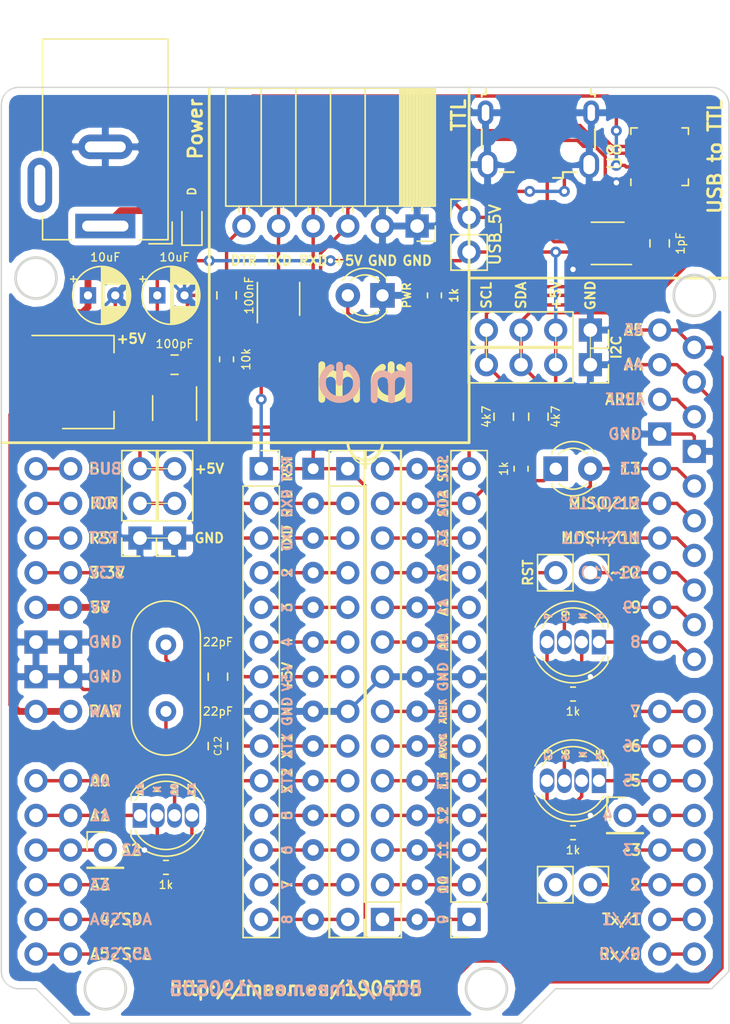
<source format=kicad_pcb>
(kicad_pcb (version 20171130) (host pcbnew 5.0.2+dfsg1-1~bpo9+1)
  (layers (0 F.Cu signal) (31 B.Cu signal) (34 B.Paste user) (35 F.Paste user) (36 B.SilkS user) (37 F.SilkS user) (38 B.Mask user) (39 F.Mask user) (44 Edge.Cuts user))
  (net 0 "")
  (net 1 XTAL1)
  (net 2 XTAL2)
  (net 3 "Net-(U9-Pad90)")
  (net 4 "Net-(U9-Pad96)")
  (net 5 "Net-(U9-Pad30)")
  (net 6 "Net-(U9-Pad31)")
  (net 7 "Net-(U9-Pad20)")
  (net 8 DTR)
  (net 9 PDIP15)
  (net 10 PDIP16)
  (net 11 PDIP17)
  (net 12 PDIP4)
  (net 13 PDIP18)
  (net 14 PDIP5)
  (net 15 PDIP19)
  (net 16 PDIP6)
  (net 17 PDIP20)
  (net 18 PDIP21)
  (net 19 PDIP23)
  (net 20 PDIP24)
  (net 21 PDIP11)
  (net 22 PDIP25)
  (net 23 PDIP12)
  (net 24 PDIP26)
  (net 25 PDIP13)
  (net 26 PDIP14)
  (net 27 "Net-(U9-Pad29)")
  (net 28 "Net-(D2-Pad2)")
  (net 29 "Net-(D1-Pad1)")
  (net 30 "Net-(D2-Pad1)")
  (net 31 "Net-(U8-Pad1)")
  (net 32 "Net-(U8-Pad5)")
  (net 33 "Net-(U8-Pad6)")
  (net 34 "Net-(U8-Pad10)")
  (net 35 "Net-(U8-Pad11)")
  (net 36 "Net-(U8-Pad12)")
  (net 37 "Net-(U8-Pad13)")
  (net 38 "Net-(U8-Pad14)")
  (net 39 "Net-(U8-Pad15)")
  (net 40 "Net-(U8-Pad16)")
  (net 41 "Net-(U8-Pad17)")
  (net 42 "Net-(U8-Pad18)")
  (net 43 "Net-(U8-Pad19)")
  (net 44 "Net-(U8-Pad22)")
  (net 45 "Net-(U8-Pad24)")
  (net 46 "Net-(D8-Pad2)")
  (net 47 "Net-(D8-Pad3)")
  (net 48 GND)
  (net 49 ~RST)
  (net 50 RXD)
  (net 51 TXD)
  (net 52 +5V)
  (net 53 RAW)
  (net 54 "Net-(U53-Pad4)")
  (net 55 "Net-(JP10-Pad1)")
  (net 56 "Net-(D2-Pad4)")
  (net 57 "Net-(D2-Pad3)")
  (net 58 SCL)
  (net 59 SDA)
  (net 60 "Net-(D3-Pad1)")
  (net 61 "Net-(D3-Pad2)")
  (net 62 "Net-(D3-Pad3)")
  (net 63 "Net-(D3-Pad4)")
  (net 64 "Net-(D4-Pad4)")
  (net 65 "Net-(D4-Pad3)")
  (net 66 "Net-(D4-Pad2)")
  (net 67 "Net-(D4-Pad1)")
  (net 68 "Net-(JP2-Pad1)")
  (net 69 "Net-(JP2-Pad2)")
  (net 70 "Net-(J12-Pad1)")
  (net 71 "Net-(J14-Pad1)")
  (net 72 +3V3)
  (net 73 USB_5V)
  (net 74 "Net-(D9-Pad2)")
  (net 75 "Net-(D5-Pad2)")
  (net 76 "Net-(J62-Pad2)")
  (module Arduino_Shields:Arduino_Uno_Black_2rows (layer F.Cu) (at 93.98 78.74)
    (fp_text reference U9 hide)
    (fp_text value Arduino_Uno_Black hide)
    (fp_text user Rx/0 (at 17.399 30.48) (layer B.SilkS) (effects (font (size 0.8 0.8)) (justify mirror)))
    (fp_text user Tx/1 (at 17.526 27.94) (layer B.SilkS) (effects (font (size 0.8 0.8)) (justify mirror)))
    (fp_text user 2 (at 18.542 25.4) (layer B.SilkS) (effects (font (size 0.8 0.8)) (justify mirror)))
    (fp_text user ~~3 (at 18.288 22.86) (layer B.SilkS) (effects (font (size 0.8 0.8)) (justify mirror)))
    (fp_text user 4 (at 16.51 20.32) (layer B.SilkS) (effects (font (size 0.8 0.8)) (justify mirror)))
    (fp_text user ~~5 (at 18.288 17.78) (layer B.SilkS) (effects (font (size 0.8 0.8)) (justify mirror)))
    (fp_text user ~~6 (at 18.288 15.24) (layer B.SilkS) (effects (font (size 0.8 0.8)) (justify mirror)))
    (fp_text user 7 (at 18.542 12.7) (layer B.SilkS) (effects (font (size 0.8 0.8)) (justify mirror)))
    (fp_text user 8 (at 18.542 7.62) (layer B.SilkS) (effects (font (size 0.8 0.8)) (justify mirror)))
    (fp_text user ~~9 (at 18.288 5.08) (layer B.SilkS) (effects (font (size 0.8 0.8)) (justify mirror)))
    (fp_text user SS~~/10 (at 16.764 2.54) (layer B.SilkS) (effects (font (size 0.8 0.8)) (justify mirror)))
    (fp_text user MOSI~~/11 (at 16.002 0) (layer B.SilkS) (effects (font (size 0.8 0.8)) (justify mirror)))
    (fp_text user MISO/12 (at 16.256 -2.54) (layer B.SilkS) (effects (font (size 0.8 0.8)) (justify mirror)))
    (fp_text user 13 (at 18.161 -5.08) (layer B.SilkS) (effects (font (size 0.8 0.8)) (justify mirror)))
    (fp_text user GND (at 17.78 -7.62) (layer B.SilkS) (effects (font (size 0.8 0.8)) (justify mirror)))
    (fp_text user AREF (at 17.78 -10.16) (layer B.SilkS) (effects (font (size 0.8 0.8)) (justify mirror)))
    (fp_text user A4 (at 18.415 -12.7) (layer B.SilkS) (effects (font (size 0.8 0.8)) (justify mirror)))
    (fp_text user A5 (at 18.415 -15.24) (layer B.SilkS) (effects (font (size 0.8 0.8)) (justify mirror)))
    (fp_text user A5/SCL (at -19.177 30.48) (layer B.SilkS) (effects (font (size 0.8 0.8)) (justify mirror)))
    (fp_text user A4/SDA (at -19.177 27.94) (layer B.SilkS) (effects (font (size 0.8 0.8)) (justify mirror)))
    (fp_text user A3 (at -20.701 25.4) (layer B.SilkS) (effects (font (size 0.8 0.8)) (justify mirror)))
    (fp_text user A2 (at -18.415 22.86) (layer B.SilkS) (effects (font (size 0.8 0.8)) (justify mirror)))
    (fp_text user A1 (at -20.701 20.32) (layer B.SilkS) (effects (font (size 0.8 0.8)) (justify mirror)))
    (fp_text user A0 (at -20.701 17.78) (layer B.SilkS) (effects (font (size 0.8 0.8)) (justify mirror)))
    (fp_text user RAW (at -20.32 12.7) (layer B.SilkS) (effects (font (size 0.8 0.8)) (justify mirror)))
    (fp_text user GND (at -20.32 10.16) (layer B.SilkS) (effects (font (size 0.8 0.8)) (justify mirror)))
    (fp_text user GND (at -20.32 7.62) (layer B.SilkS) (effects (font (size 0.8 0.8)) (justify mirror)))
    (fp_text user 5V (at -20.701 5.08) (layer B.SilkS) (effects (font (size 0.8 0.8)) (justify mirror)))
    (fp_text user 3.3V (at -20.193 2.54) (layer B.SilkS) (effects (font (size 0.8 0.8)) (justify mirror)))
    (fp_text user RST (at -20.447 0) (layer B.SilkS) (effects (font (size 0.8 0.8)) (justify mirror)))
    (fp_text user IOR (at -20.32 -2.54) (layer B.SilkS) (effects (font (size 0.8 0.8)) (justify mirror)))
    (fp_text user BUS (at -20.32 -5.08) (layer B.SilkS) (effects (font (size 0.8 0.8)) (justify mirror)))
    (fp_text user IOR (at -20.447 -2.54) (layer F.SilkS) (effects (font (size 0.8 0.8))))
    (fp_text user RST (at -20.447 0) (layer F.SilkS) (effects (font (size 0.8 0.8))))
    (fp_text user 3.3V (at -20.193 2.54) (layer F.SilkS) (effects (font (size 0.8 0.8))))
    (fp_text user 5V (at -20.701 5.08) (layer F.SilkS) (effects (font (size 0.8 0.8))))
    (fp_text user GND (at -20.32 7.62) (layer F.SilkS) (effects (font (size 0.8 0.8))))
    (fp_text user GND (at -20.32 10.16) (layer F.SilkS) (effects (font (size 0.8 0.8))))
    (fp_text user RAW (at -20.32 12.7) (layer F.SilkS) (effects (font (size 0.8 0.8))))
    (fp_text user A0 (at -20.701 17.78) (layer F.SilkS) (effects (font (size 0.8 0.8))))
    (fp_text user A1 (at -20.701 20.32) (layer F.SilkS) (effects (font (size 0.8 0.8))))
    (fp_text user A2 (at -18.415 22.86) (layer F.SilkS) (effects (font (size 0.8 0.8))))
    (fp_text user A3 (at -20.701 25.4) (layer F.SilkS) (effects (font (size 0.8 0.8))))
    (fp_text user A4/SDA (at -19.177 27.94) (layer F.SilkS) (effects (font (size 0.8 0.8))))
    (fp_text user A5/SCL (at -19.177 30.48) (layer F.SilkS) (effects (font (size 0.8 0.8))))
    (fp_text user AREF (at 17.78 -10.16) (layer F.SilkS) (effects (font (size 0.8 0.8))))
    (fp_text user GND (at 17.78 -7.62) (layer F.SilkS) (effects (font (size 0.8 0.8))))
    (fp_text user 13 (at 18.161 -5.08) (layer F.SilkS) (effects (font (size 0.8 0.8))))
    (fp_text user MISO/12 (at 16.256 -2.54) (layer F.SilkS) (effects (font (size 0.8 0.8))))
    (fp_text user MOSI~~/11 (at 16.002 0) (layer F.SilkS) (effects (font (size 0.8 0.8))))
    (fp_text user ~~10 (at 17.78 2.54) (layer F.SilkS) (effects (font (size 0.8 0.8))))
    (fp_text user ~~9 (at 18.288 5.08) (layer F.SilkS) (effects (font (size 0.8 0.8))))
    (fp_text user 8 (at 18.542 7.62) (layer F.SilkS) (effects (font (size 0.8 0.8))))
    (fp_text user 7 (at 18.542 12.7) (layer F.SilkS) (effects (font (size 0.8 0.8))))
    (fp_text user ~~6 (at 18.288 15.24) (layer F.SilkS) (effects (font (size 0.8 0.8))))
    (fp_text user ~~5 (at 18.288 17.78) (layer F.SilkS) (effects (font (size 0.8 0.8))))
    (fp_text user 4 (at 16.51 20.32) (layer F.SilkS) (effects (font (size 0.8 0.8))))
    (fp_text user ~~3 (at 18.288 22.86) (layer F.SilkS) (effects (font (size 0.8 0.8))))
    (fp_text user 2 (at 18.542 25.4) (layer F.SilkS) (effects (font (size 0.8 0.8))))
    (fp_text user Tx/1 (at 17.526 27.94) (layer F.SilkS) (effects (font (size 0.8 0.8))))
    (fp_text user Rx/0 (at 17.399 30.48) (layer F.SilkS) (effects (font (size 0.8 0.8))))
    (fp_text user A5 (at 18.415 -15.24) (layer F.SilkS) (effects (font (size 0.8 0.8))))
    (fp_text user A4 (at 18.415 -12.7) (layer F.SilkS) (effects (font (size 0.8 0.8))))
    (fp_text user BUS (at -20.32 -5.08) (layer F.SilkS) (effects (font (size 0.8 0.8))))
    (pad 32 thru_hole circle (at 20.32 25.4 270) (size 1.7 1.7) (drill 1) (layers *.Cu *.Mask) (net 68 "Net-(JP2-Pad1)"))
    (pad 10 thru_hole circle (at 20.32 15.24 270) (size 1.7 1.7) (drill 1) (layers *.Cu *.Mask) (net 62 "Net-(D3-Pad3)"))
    (pad 31 thru_hole circle (at 20.32 27.94 270) (size 1.7 1.7) (drill 1) (layers *.Cu *.Mask) (net 6 "Net-(U9-Pad31)"))
    (pad 14 thru_hole circle (at 20.32 2.54 270) (size 1.7 1.7) (drill 1) (layers *.Cu *.Mask) (net 55 "Net-(JP10-Pad1)"))
    (pad 9 thru_hole circle (at 20.32 17.78 270) (size 1.7 1.7) (drill 1) (layers *.Cu *.Mask) (net 60 "Net-(D3-Pad1)"))
    (pad 28 thru_hole circle (at 20.32 -15.24 270) (size 1.7 1.7) (drill 1) (layers *.Cu *.Mask) (net 58 SCL))
    (pad 20 thru_hole circle (at 20.32 -10.16 270) (size 1.7 1.7) (drill 1) (layers *.Cu *.Mask) (net 7 "Net-(U9-Pad20)"))
    (pad 1 thru_hole circle (at 20.32 22.86 270) (size 1.7 1.7) (drill 1) (layers *.Cu *.Mask) (net 63 "Net-(D3-Pad4)"))
    (pad 15 thru_hole circle (at 20.32 0 270) (size 1.7 1.7) (drill 1) (layers *.Cu *.Mask) (net 11 PDIP17))
    (pad 2 thru_hole circle (at 20.32 20.32 270) (size 1.7 1.7) (drill 1) (layers *.Cu *.Mask) (net 71 "Net-(J14-Pad1)"))
    (pad 17 thru_hole circle (at 20.32 -5.08 270) (size 1.7 1.7) (drill 1) (layers *.Cu *.Mask) (net 15 PDIP19))
    (pad 27 thru_hole circle (at 20.32 -12.7 270) (size 1.7 1.7) (drill 1) (layers *.Cu *.Mask) (net 59 SDA))
    (pad 21 thru_hole rect (at 20.32 -7.62 270) (size 1.7 1.7) (drill 1) (layers *.Cu *.Mask) (net 48 GND))
    (pad 12 thru_hole circle (at 20.32 7.62 270) (size 1.7 1.7) (drill 1) (layers *.Cu *.Mask) (net 30 "Net-(D2-Pad1)"))
    (pad 13 thru_hole circle (at 20.32 5.08 270) (size 1.7 1.7) (drill 1) (layers *.Cu *.Mask) (net 57 "Net-(D2-Pad3)"))
    (pad 11 thru_hole circle (at 20.32 12.7 270) (size 1.7 1.7) (drill 1) (layers *.Cu *.Mask) (net 56 "Net-(D2-Pad4)"))
    (pad 30 thru_hole circle (at 20.32 30.48 270) (size 1.7 1.7) (drill 1) (layers *.Cu *.Mask) (net 5 "Net-(U9-Pad30)"))
    (pad 16 thru_hole circle (at 20.32 -2.54 270) (size 1.7 1.7) (drill 1) (layers *.Cu *.Mask) (net 13 PDIP18))
    (pad 23 thru_hole circle (at -22.86 17.78 270) (size 1.7 1.7) (drill 1) (layers *.Cu *.Mask) (net 65 "Net-(D4-Pad3)"))
    (pad 3 thru_hole rect (at -22.86 7.62 270) (size 1.7 1.7) (drill 1) (layers *.Cu *.Mask) (net 48 GND))
    (pad 5 thru_hole rect (at -22.86 10.16 270) (size 1.7 1.7) (drill 1) (layers *.Cu *.Mask) (net 48 GND))
    (pad 94 thru_hole circle (at -22.86 2.54 270) (size 1.7 1.7) (drill 1) (layers *.Cu *.Mask) (net 72 +3V3))
    (pad 27 thru_hole circle (at -22.86 27.94 270) (size 1.7 1.7) (drill 1) (layers *.Cu *.Mask) (net 59 SDA))
    (pad 99 thru_hole circle (at -22.86 12.7 270) (size 1.7 1.7) (drill 1) (layers *.Cu *.Mask) (net 53 RAW))
    (pad 90 thru_hole circle (at -22.86 -5.08 270) (size 1.7 1.7) (drill 1) (layers *.Cu *.Mask) (net 3 "Net-(U9-Pad90)"))
    (pad 26 thru_hole circle (at -22.86 25.4 270) (size 1.7 1.7) (drill 1) (layers *.Cu *.Mask) (net 64 "Net-(D4-Pad4)"))
    (pad 29 thru_hole circle (at -22.86 0 270) (size 1.7 1.7) (drill 1) (layers *.Cu *.Mask) (net 27 "Net-(U9-Pad29)"))
    (pad 28 thru_hole circle (at -22.86 30.48 270) (size 1.7 1.7) (drill 1) (layers *.Cu *.Mask) (net 58 SCL))
    (pad 6 thru_hole circle (at -22.86 5.08 270) (size 1.7 1.7) (drill 1) (layers *.Cu *.Mask) (net 52 +5V))
    (pad 25 thru_hole circle (at -22.86 22.86 270) (size 1.7 1.7) (drill 1) (layers *.Cu *.Mask) (net 70 "Net-(J12-Pad1)"))
    (pad 24 thru_hole circle (at -22.86 20.32 270) (size 1.7 1.7) (drill 1) (layers *.Cu *.Mask) (net 67 "Net-(D4-Pad1)"))
    (pad 96 thru_hole circle (at -22.86 -2.54 270) (size 1.7 1.7) (drill 1) (layers *.Cu *.Mask) (net 4 "Net-(U9-Pad96)"))
    (pad 20 thru_hole circle (at 22.86 -8.89 270) (size 1.7 1.7) (drill 1) (layers *.Cu *.Mask) (net 7 "Net-(U9-Pad20)"))
    (pad 21 thru_hole rect (at 22.86 -6.35 270) (size 1.7 1.7) (drill 1) (layers *.Cu *.Mask) (net 48 GND))
    (pad 17 thru_hole circle (at 22.86 -3.81 270) (size 1.7 1.7) (drill 1) (layers *.Cu *.Mask) (net 15 PDIP19))
    (pad 16 thru_hole circle (at 22.86 -1.27 270) (size 1.7 1.7) (drill 1) (layers *.Cu *.Mask) (net 13 PDIP18))
    (pad 15 thru_hole circle (at 22.86 1.27 270) (size 1.7 1.7) (drill 1) (layers *.Cu *.Mask) (net 11 PDIP17))
    (pad 14 thru_hole circle (at 22.86 3.81 270) (size 1.7 1.7) (drill 1) (layers *.Cu *.Mask) (net 55 "Net-(JP10-Pad1)"))
    (pad 13 thru_hole circle (at 22.86 6.35 270) (size 1.7 1.7) (drill 1) (layers *.Cu *.Mask) (net 57 "Net-(D2-Pad3)"))
    (pad 12 thru_hole circle (at 22.86 8.89 270) (size 1.7 1.7) (drill 1) (layers *.Cu *.Mask) (net 30 "Net-(D2-Pad1)"))
    (pad 11 thru_hole circle (at 22.86 12.7 270) (size 1.7 1.7) (drill 1) (layers *.Cu *.Mask) (net 56 "Net-(D2-Pad4)"))
    (pad 10 thru_hole circle (at 22.86 15.24 270) (size 1.7 1.7) (drill 1) (layers *.Cu *.Mask) (net 62 "Net-(D3-Pad3)"))
    (pad 9 thru_hole circle (at 22.86 17.78 270) (size 1.7 1.7) (drill 1) (layers *.Cu *.Mask) (net 60 "Net-(D3-Pad1)"))
    (pad 2 thru_hole circle (at 22.86 20.32 270) (size 1.7 1.7) (drill 1) (layers *.Cu *.Mask) (net 71 "Net-(J14-Pad1)"))
    (pad 1 thru_hole circle (at 22.86 22.86 270) (size 1.7 1.7) (drill 1) (layers *.Cu *.Mask) (net 63 "Net-(D3-Pad4)"))
    (pad 32 thru_hole circle (at 22.86 25.4 270) (size 1.7 1.7) (drill 1) (layers *.Cu *.Mask) (net 68 "Net-(JP2-Pad1)"))
    (pad 31 thru_hole circle (at 22.86 27.94 270) (size 1.7 1.7) (drill 1) (layers *.Cu *.Mask) (net 6 "Net-(U9-Pad31)"))
    (pad 30 thru_hole circle (at 22.86 30.48 270) (size 1.7 1.7) (drill 1) (layers *.Cu *.Mask) (net 5 "Net-(U9-Pad30)"))
    (pad 96 thru_hole circle (at -25.4 -2.54 270) (size 1.7 1.7) (drill 1) (layers *.Cu *.Mask) (net 4 "Net-(U9-Pad96)"))
    (pad 29 thru_hole circle (at -25.4 0 270) (size 1.7 1.7) (drill 1) (layers *.Cu *.Mask) (net 27 "Net-(U9-Pad29)"))
    (pad 94 thru_hole circle (at -25.4 2.54 270) (size 1.7 1.7) (drill 1) (layers *.Cu *.Mask) (net 72 +3V3))
    (pad 6 thru_hole circle (at -25.4 5.08 270) (size 1.7 1.7) (drill 1) (layers *.Cu *.Mask) (net 52 +5V))
    (pad 3 thru_hole rect (at -25.4 7.62 270) (size 1.7 1.7) (drill 1) (layers *.Cu *.Mask) (net 48 GND))
    (pad 5 thru_hole rect (at -25.4 10.16 270) (size 1.7 1.7) (drill 1) (layers *.Cu *.Mask) (net 48 GND))
    (pad 99 thru_hole circle (at -25.4 12.7 270) (size 1.7 1.7) (drill 1) (layers *.Cu *.Mask) (net 53 RAW))
    (pad 23 thru_hole circle (at -25.4 17.78 270) (size 1.7 1.7) (drill 1) (layers *.Cu *.Mask) (net 65 "Net-(D4-Pad3)"))
    (pad 24 thru_hole circle (at -25.4 20.32 270) (size 1.7 1.7) (drill 1) (layers *.Cu *.Mask) (net 67 "Net-(D4-Pad1)"))
    (pad 25 thru_hole circle (at -25.4 22.86 270) (size 1.7 1.7) (drill 1) (layers *.Cu *.Mask) (net 70 "Net-(J12-Pad1)"))
    (pad 26 thru_hole circle (at -25.4 25.4 270) (size 1.7 1.7) (drill 1) (layers *.Cu *.Mask) (net 64 "Net-(D4-Pad4)"))
    (pad 27 thru_hole circle (at -25.4 27.94 270) (size 1.7 1.7) (drill 1) (layers *.Cu *.Mask) (net 59 SDA))
    (pad 28 thru_hole circle (at -25.4 30.48 270) (size 1.7 1.7) (drill 1) (layers *.Cu *.Mask) (net 58 SCL))
    (pad 27 thru_hole circle (at 22.86 -11.43 270) (size 1.7 1.7) (drill 1) (layers *.Cu *.Mask) (net 59 SDA))
    (pad 28 thru_hole circle (at 22.86 -13.97 270) (size 1.7 1.7) (drill 1) (layers *.Cu *.Mask) (net 58 SCL))
    (pad 90 thru_hole circle (at -25.4 -5.08 270) (size 1.7 1.7) (drill 1) (layers *.Cu *.Mask) (net 3 "Net-(U9-Pad90)"))
  )
  (module Capacitor_SMD:C_0805_2012Metric (layer F.Cu) (at 81.915 88.9 270)
    (fp_text reference C11 hide)
    (fp_text value 22pF (at -2.54 0) (layer F.SilkS) (effects (font (size 0.6 0.6) (thickness 0.1))))
    (pad 1 smd roundrect (at -0.9375 0 270) (size 0.975 1.4) (layers F.Cu F.Paste F.Mask) (net 1 XTAL1))
    (pad 2 smd roundrect (at 0.9375 0 270) (size 0.975 1.4) (layers F.Cu F.Paste F.Mask) (net 48 GND))
  )
  (module Package_DIP:DIP-28_W7.62mm (layer F.Cu) (at 88.9 73.66)
    (fp_text reference U1 hide)
    (fp_text value ATmega328P-PU hide)
    (pad 1 thru_hole rect (at 0 0) (size 1.6 1.6) (drill 0.8) (layers *.Cu *.Mask) (net 49 ~RST))
    (pad 15 thru_hole oval (at 7.62 33.02) (size 1.6 1.6) (drill 0.8) (layers *.Cu *.Mask) (net 9 PDIP15))
    (pad 2 thru_hole oval (at 0 2.54) (size 1.6 1.6) (drill 0.8) (layers *.Cu *.Mask) (net 50 RXD))
    (pad 16 thru_hole oval (at 7.62 30.48) (size 1.6 1.6) (drill 0.8) (layers *.Cu *.Mask) (net 10 PDIP16))
    (pad 3 thru_hole oval (at 0 5.08) (size 1.6 1.6) (drill 0.8) (layers *.Cu *.Mask) (net 51 TXD))
    (pad 17 thru_hole oval (at 7.62 27.94) (size 1.6 1.6) (drill 0.8) (layers *.Cu *.Mask) (net 11 PDIP17))
    (pad 4 thru_hole oval (at 0 7.62) (size 1.6 1.6) (drill 0.8) (layers *.Cu *.Mask) (net 12 PDIP4))
    (pad 18 thru_hole oval (at 7.62 25.4) (size 1.6 1.6) (drill 0.8) (layers *.Cu *.Mask) (net 13 PDIP18))
    (pad 5 thru_hole oval (at 0 10.16) (size 1.6 1.6) (drill 0.8) (layers *.Cu *.Mask) (net 14 PDIP5))
    (pad 19 thru_hole oval (at 7.62 22.86) (size 1.6 1.6) (drill 0.8) (layers *.Cu *.Mask) (net 15 PDIP19))
    (pad 6 thru_hole oval (at 0 12.7) (size 1.6 1.6) (drill 0.8) (layers *.Cu *.Mask) (net 16 PDIP6))
    (pad 20 thru_hole oval (at 7.62 20.32) (size 1.6 1.6) (drill 0.8) (layers *.Cu *.Mask) (net 17 PDIP20))
    (pad 7 thru_hole oval (at 0 15.24) (size 1.6 1.6) (drill 0.8) (layers *.Cu *.Mask) (net 52 +5V))
    (pad 21 thru_hole oval (at 7.62 17.78) (size 1.6 1.6) (drill 0.8) (layers *.Cu *.Mask) (net 18 PDIP21))
    (pad 8 thru_hole oval (at 0 17.78) (size 1.6 1.6) (drill 0.8) (layers *.Cu *.Mask) (net 48 GND))
    (pad 22 thru_hole oval (at 7.62 15.24) (size 1.6 1.6) (drill 0.8) (layers *.Cu *.Mask) (net 48 GND))
    (pad 9 thru_hole oval (at 0 20.32) (size 1.6 1.6) (drill 0.8) (layers *.Cu *.Mask) (net 1 XTAL1))
    (pad 23 thru_hole oval (at 7.62 12.7) (size 1.6 1.6) (drill 0.8) (layers *.Cu *.Mask) (net 19 PDIP23))
    (pad 10 thru_hole oval (at 0 22.86) (size 1.6 1.6) (drill 0.8) (layers *.Cu *.Mask) (net 2 XTAL2))
    (pad 24 thru_hole oval (at 7.62 10.16) (size 1.6 1.6) (drill 0.8) (layers *.Cu *.Mask) (net 20 PDIP24))
    (pad 11 thru_hole oval (at 0 25.4) (size 1.6 1.6) (drill 0.8) (layers *.Cu *.Mask) (net 21 PDIP11))
    (pad 25 thru_hole oval (at 7.62 7.62) (size 1.6 1.6) (drill 0.8) (layers *.Cu *.Mask) (net 22 PDIP25))
    (pad 12 thru_hole oval (at 0 27.94) (size 1.6 1.6) (drill 0.8) (layers *.Cu *.Mask) (net 23 PDIP12))
    (pad 26 thru_hole oval (at 7.62 5.08) (size 1.6 1.6) (drill 0.8) (layers *.Cu *.Mask) (net 24 PDIP26))
    (pad 13 thru_hole oval (at 0 30.48) (size 1.6 1.6) (drill 0.8) (layers *.Cu *.Mask) (net 25 PDIP13))
    (pad 27 thru_hole oval (at 7.62 2.54) (size 1.6 1.6) (drill 0.8) (layers *.Cu *.Mask) (net 59 SDA))
    (pad 14 thru_hole oval (at 0 33.02) (size 1.6 1.6) (drill 0.8) (layers *.Cu *.Mask) (net 26 PDIP14))
    (pad 28 thru_hole oval (at 7.62 0) (size 1.6 1.6) (drill 0.8) (layers *.Cu *.Mask) (net 58 SCL))
  )
  (module Crystal:Crystal_HC49-U_Vertical (layer F.Cu) (at 78.105 91.44 90)
    (fp_text reference Y1 hide)
    (fp_text value Crystal_Small hide)
    (pad 1 thru_hole circle (at 0 0 90) (size 1.5 1.5) (drill 0.8) (layers *.Cu *.Mask) (net 2 XTAL2))
    (pad 2 thru_hole circle (at 4.88 0 90) (size 1.5 1.5) (drill 0.8) (layers *.Cu *.Mask) (net 1 XTAL1))
  )
  (module Capacitor_SMD:C_0805_2012Metric (layer F.Cu) (at 82.55 60.96 90)
    (fp_text reference C2 hide)
    (fp_text value 100nF (at 0 1.65 90) (layer F.SilkS) (effects (font (size 0.6 0.6) (thickness 0.1))))
    (pad 1 smd roundrect (at -0.9375 0 90) (size 0.975 1.4) (layers F.Cu F.Paste F.Mask) (net 49 ~RST))
    (pad 2 smd roundrect (at 0.9375 0 90) (size 0.975 1.4) (layers F.Cu F.Paste F.Mask) (net 8 DTR))
  )
  (module Connector_PinSocket_2.54mm:PinSocket_1x14_P2.54mm_Vertical (layer F.Cu) (at 85.09 73.66)
    (fp_text reference J1 hide)
    (fp_text value PDIP_1_to_14 hide)
    (pad 1 thru_hole rect (at 0 0) (size 1.7 1.7) (drill 1) (layers *.Cu *.Mask) (net 49 ~RST))
    (pad 2 thru_hole oval (at 0 2.54) (size 1.7 1.7) (drill 1) (layers *.Cu *.Mask) (net 50 RXD))
    (pad 3 thru_hole oval (at 0 5.08) (size 1.7 1.7) (drill 1) (layers *.Cu *.Mask) (net 51 TXD))
    (pad 4 thru_hole oval (at 0 7.62) (size 1.7 1.7) (drill 1) (layers *.Cu *.Mask) (net 12 PDIP4))
    (pad 5 thru_hole oval (at 0 10.16) (size 1.7 1.7) (drill 1) (layers *.Cu *.Mask) (net 14 PDIP5))
    (pad 6 thru_hole oval (at 0 12.7) (size 1.7 1.7) (drill 1) (layers *.Cu *.Mask) (net 16 PDIP6))
    (pad 7 thru_hole oval (at 0 15.24) (size 1.7 1.7) (drill 1) (layers *.Cu *.Mask) (net 52 +5V))
    (pad 8 thru_hole oval (at 0 17.78) (size 1.7 1.7) (drill 1) (layers *.Cu *.Mask) (net 48 GND))
    (pad 9 thru_hole oval (at 0 20.32) (size 1.7 1.7) (drill 1) (layers *.Cu *.Mask) (net 1 XTAL1))
    (pad 10 thru_hole oval (at 0 22.86) (size 1.7 1.7) (drill 1) (layers *.Cu *.Mask) (net 2 XTAL2))
    (pad 11 thru_hole oval (at 0 25.4) (size 1.7 1.7) (drill 1) (layers *.Cu *.Mask) (net 21 PDIP11))
    (pad 12 thru_hole oval (at 0 27.94) (size 1.7 1.7) (drill 1) (layers *.Cu *.Mask) (net 23 PDIP12))
    (pad 13 thru_hole oval (at 0 30.48) (size 1.7 1.7) (drill 1) (layers *.Cu *.Mask) (net 25 PDIP13))
    (pad 14 thru_hole oval (at 0 33.02) (size 1.7 1.7) (drill 1) (layers *.Cu *.Mask) (net 26 PDIP14))
  )
  (module Connector_PinSocket_2.54mm:PinSocket_1x14_P2.54mm_Vertical (layer F.Cu) (at 100.33 106.68 180)
    (fp_text reference J2 hide)
    (fp_text value PDIP_15_to_28 hide)
    (pad 14 thru_hole oval (at 0 33.02 180) (size 1.7 1.7) (drill 1) (layers *.Cu *.Mask) (net 58 SCL))
    (pad 13 thru_hole oval (at 0 30.48 180) (size 1.7 1.7) (drill 1) (layers *.Cu *.Mask) (net 59 SDA))
    (pad 12 thru_hole oval (at 0 27.94 180) (size 1.7 1.7) (drill 1) (layers *.Cu *.Mask) (net 24 PDIP26))
    (pad 11 thru_hole oval (at 0 25.4 180) (size 1.7 1.7) (drill 1) (layers *.Cu *.Mask) (net 22 PDIP25))
    (pad 10 thru_hole oval (at 0 22.86 180) (size 1.7 1.7) (drill 1) (layers *.Cu *.Mask) (net 20 PDIP24))
    (pad 9 thru_hole oval (at 0 20.32 180) (size 1.7 1.7) (drill 1) (layers *.Cu *.Mask) (net 19 PDIP23))
    (pad 8 thru_hole oval (at 0 17.78 180) (size 1.7 1.7) (drill 1) (layers *.Cu *.Mask) (net 48 GND))
    (pad 7 thru_hole oval (at 0 15.24 180) (size 1.7 1.7) (drill 1) (layers *.Cu *.Mask) (net 18 PDIP21))
    (pad 6 thru_hole oval (at 0 12.7 180) (size 1.7 1.7) (drill 1) (layers *.Cu *.Mask) (net 17 PDIP20))
    (pad 5 thru_hole oval (at 0 10.16 180) (size 1.7 1.7) (drill 1) (layers *.Cu *.Mask) (net 15 PDIP19))
    (pad 4 thru_hole oval (at 0 7.62 180) (size 1.7 1.7) (drill 1) (layers *.Cu *.Mask) (net 13 PDIP18))
    (pad 3 thru_hole oval (at 0 5.08 180) (size 1.7 1.7) (drill 1) (layers *.Cu *.Mask) (net 11 PDIP17))
    (pad 2 thru_hole oval (at 0 2.54 180) (size 1.7 1.7) (drill 1) (layers *.Cu *.Mask) (net 10 PDIP16))
    (pad 1 thru_hole rect (at 0 0 180) (size 1.7 1.7) (drill 1) (layers *.Cu *.Mask) (net 9 PDIP15))
  )
  (module Connector_PinSocket_2.54mm:PinSocket_1x06_P2.54mm_Horizontal (layer F.Cu) (at 96.52 55.88 270)
    (fp_text reference J7 hide)
    (fp_text value USB_to_TTL hide)
    (pad 1 thru_hole rect (at 0 0 270) (size 1.7 1.7) (drill 1) (layers *.Cu *.Mask) (net 48 GND))
    (pad 2 thru_hole oval (at 0 2.54 270) (size 1.7 1.7) (drill 1) (layers *.Cu *.Mask) (net 48 GND))
    (pad 3 thru_hole oval (at 0 5.08 270) (size 1.7 1.7) (drill 1) (layers *.Cu *.Mask) (net 73 USB_5V))
    (pad 4 thru_hole oval (at 0 7.62 270) (size 1.7 1.7) (drill 1) (layers *.Cu *.Mask) (net 50 RXD))
    (pad 5 thru_hole oval (at 0 10.16 270) (size 1.7 1.7) (drill 1) (layers *.Cu *.Mask) (net 51 TXD))
    (pad 6 thru_hole oval (at 0 12.7 270) (size 1.7 1.7) (drill 1) (layers *.Cu *.Mask) (net 8 DTR))
  )
  (module Resistor_SMD:R_0603_1608Metric_Pad1.05x0.95mm_HandSolder (layer F.Cu) (at 82.55 65.645 90)
    (fp_text reference R2 hide)
    (fp_text value 10k (at 0 1.43 90) (layer F.SilkS) (effects (font (size 0.6 0.6) (thickness 0.1))))
    (pad 1 smd roundrect (at -0.875 0 90) (size 1.05 0.95) (layers F.Cu F.Paste F.Mask) (net 52 +5V))
    (pad 2 smd roundrect (at 0.875 0 90) (size 1.05 0.95) (layers F.Cu F.Paste F.Mask) (net 49 ~RST))
  )
  (module Resistor_SMD:R_0603_1608Metric_Pad1.05x0.95mm_HandSolder (layer F.Cu) (at 104.14 73.66 90)
    (fp_text reference R11 hide)
    (fp_text value 1k (at 0 -1.27 90) (layer F.SilkS) (effects (font (size 0.6 0.6) (thickness 0.1))))
    (pad 1 smd roundrect (at -0.875 0 90) (size 1.05 0.95) (layers F.Cu F.Paste F.Mask) (net 29 "Net-(D1-Pad1)"))
    (pad 2 smd roundrect (at 0.875 0 90) (size 1.05 0.95) (layers F.Cu F.Paste F.Mask) (net 48 GND))
  )
  (module Resistor_SMD:R_0603_1608Metric_Pad1.05x0.95mm_HandSolder (layer F.Cu) (at 107.95 100.33)
    (fp_text reference R13 hide)
    (fp_text value 1k (at 0 1.27) (layer F.SilkS) (effects (font (size 0.6 0.6) (thickness 0.1))))
    (pad 2 smd roundrect (at 0.875 0) (size 1.05 0.95) (layers F.Cu F.Paste F.Mask) (net 48 GND))
    (pad 1 smd roundrect (at -0.875 0) (size 1.05 0.95) (layers F.Cu F.Paste F.Mask) (net 61 "Net-(D3-Pad2)"))
  )
  (module Capacitor_SMD:C_0805_2012Metric (layer F.Cu) (at 81.915 93.98 90)
    (fp_text reference C12 hide)
    (fp_text value 22pF (at 2.54 0 180) (layer F.SilkS) (effects (font (size 0.6 0.6) (thickness 0.1))))
    (fp_text user %R (at 0 0 90) (layer F.SilkS) (effects (font (size 0.5 0.5) (thickness 0.08))))
    (pad 1 smd roundrect (at -0.9375 0 90) (size 0.975 1.4) (layers F.Cu F.Paste F.Mask) (net 2 XTAL2))
    (pad 2 smd roundrect (at 0.9375 0 90) (size 0.975 1.4) (layers F.Cu F.Paste F.Mask) (net 48 GND))
  )
  (module Connector_USB:USB_Micro-B_Wuerth_629105150521 (layer F.Cu) (at 105.41 49.53 180)
    (fp_text reference J8 hide)
    (fp_text value USB_B_Micro hide)
    (pad 1 smd rect (at -1.3 -1.9 180) (size 0.45 1.3) (layers F.Cu F.Paste F.Mask) (net 73 USB_5V))
    (pad 2 smd rect (at -0.65 -1.9 180) (size 0.45 1.3) (layers F.Cu F.Paste F.Mask) (net 46 "Net-(D8-Pad2)"))
    (pad 3 smd rect (at 0 -1.9 180) (size 0.45 1.3) (layers F.Cu F.Paste F.Mask) (net 47 "Net-(D8-Pad3)"))
    (pad 4 smd rect (at 0.65 -1.9 180) (size 0.45 1.3) (layers F.Cu F.Paste F.Mask) (net 48 GND))
    (pad 5 smd rect (at 1.3 -1.9 180) (size 0.45 1.3) (layers F.Cu F.Paste F.Mask) (net 48 GND))
    (pad 6 thru_hole oval (at -3.725 -1.85 180) (size 1.45 2) (drill oval 0.85 1.4) (layers *.Cu *.Mask) (net 48 GND))
    (pad 6 thru_hole oval (at 3.725 -1.85 180) (size 1.45 2) (drill oval 0.85 1.4) (layers *.Cu *.Mask) (net 48 GND))
    (pad 6 thru_hole oval (at -3.875 1.95 180) (size 1.15 1.8) (drill oval 0.55 1.2) (layers *.Cu *.Mask) (net 48 GND))
    (pad 6 thru_hole oval (at 3.875 1.95 180) (size 1.15 1.8) (drill oval 0.55 1.2) (layers *.Cu *.Mask) (net 48 GND))
    (pad "" np_thru_hole oval (at -2.5 -0.8 180) (size 0.8 0.8) (drill 0.8) (layers *.Cu *.Mask))
    (pad "" np_thru_hole oval (at 2.5 -0.8 180) (size 0.8 0.8) (drill 0.8) (layers *.Cu *.Mask))
  )
  (module Package_DFN_QFN:QFN-24-1EP_4x4mm_P0.5mm_EP2.6x2.6mm (layer F.Cu) (at 114.3 50.8 90)
    (fp_text reference U8 (at 0 -3.3 90) (layer F.SilkS))
    (fp_text value CP2102N-A01-GQFN24 hide)
    (pad 25 smd roundrect (at 0 0 90) (size 2.6 2.6) (layers F.Cu F.Mask) (roundrect_rratio 0.096154) (net 48 GND))
    (pad 1 smd roundrect (at -1.9375 -1.25 90) (size 0.825 0.25) (layers F.Cu F.Paste F.Mask) (net 31 "Net-(U8-Pad1)"))
    (pad 2 smd roundrect (at -1.9375 -0.75 90) (size 0.825 0.25) (layers F.Cu F.Paste F.Mask) (net 48 GND))
    (pad 3 smd roundrect (at -1.9375 -0.25 90) (size 0.825 0.25) (layers F.Cu F.Paste F.Mask) (net 47 "Net-(D8-Pad3)"))
    (pad 4 smd roundrect (at -1.9375 0.25 90) (size 0.825 0.25) (layers F.Cu F.Paste F.Mask) (net 46 "Net-(D8-Pad2)"))
    (pad 5 smd roundrect (at -1.9375 0.75 90) (size 0.825 0.25) (layers F.Cu F.Paste F.Mask) (net 32 "Net-(U8-Pad5)"))
    (pad 6 smd roundrect (at -1.9375 1.25 90) (size 0.825 0.25) (layers F.Cu F.Paste F.Mask) (net 33 "Net-(U8-Pad6)"))
    (pad 7 smd roundrect (at -1.25 1.9375 90) (size 0.25 0.825) (layers F.Cu F.Paste F.Mask) (net 73 USB_5V))
    (pad 8 smd roundrect (at -0.75 1.9375 90) (size 0.25 0.825) (layers F.Cu F.Paste F.Mask) (net 73 USB_5V))
    (pad 9 smd roundrect (at -0.25 1.9375 90) (size 0.25 0.825) (layers F.Cu F.Paste F.Mask) (net 49 ~RST))
    (pad 10 smd roundrect (at 0.25 1.9375 90) (size 0.25 0.825) (layers F.Cu F.Paste F.Mask) (net 34 "Net-(U8-Pad10)"))
    (pad 11 smd roundrect (at 0.75 1.9375 90) (size 0.25 0.825) (layers F.Cu F.Paste F.Mask) (net 35 "Net-(U8-Pad11)"))
    (pad 12 smd roundrect (at 1.25 1.9375 90) (size 0.25 0.825) (layers F.Cu F.Paste F.Mask) (net 36 "Net-(U8-Pad12)"))
    (pad 13 smd roundrect (at 1.9375 1.25 90) (size 0.825 0.25) (layers F.Cu F.Paste F.Mask) (net 37 "Net-(U8-Pad13)"))
    (pad 14 smd roundrect (at 1.9375 0.75 90) (size 0.825 0.25) (layers F.Cu F.Paste F.Mask) (net 38 "Net-(U8-Pad14)"))
    (pad 15 smd roundrect (at 1.9375 0.25 90) (size 0.825 0.25) (layers F.Cu F.Paste F.Mask) (net 39 "Net-(U8-Pad15)"))
    (pad 16 smd roundrect (at 1.9375 -0.25 90) (size 0.825 0.25) (layers F.Cu F.Paste F.Mask) (net 40 "Net-(U8-Pad16)"))
    (pad 17 smd roundrect (at 1.9375 -0.75 90) (size 0.825 0.25) (layers F.Cu F.Paste F.Mask) (net 41 "Net-(U8-Pad17)"))
    (pad 18 smd roundrect (at 1.9375 -1.25 90) (size 0.825 0.25) (layers F.Cu F.Paste F.Mask) (net 42 "Net-(U8-Pad18)"))
    (pad 19 smd roundrect (at 1.25 -1.9375 90) (size 0.25 0.825) (layers F.Cu F.Paste F.Mask) (net 43 "Net-(U8-Pad19)"))
    (pad 20 smd roundrect (at 0.75 -1.9375 90) (size 0.25 0.825) (layers F.Cu F.Paste F.Mask) (net 51 TXD))
    (pad 21 smd roundrect (at 0.25 -1.9375 90) (size 0.25 0.825) (layers F.Cu F.Paste F.Mask) (net 50 RXD))
    (pad 22 smd roundrect (at -0.25 -1.9375 90) (size 0.25 0.825) (layers F.Cu F.Paste F.Mask) (net 44 "Net-(U8-Pad22)"))
    (pad 23 smd roundrect (at -0.75 -1.9375 90) (size 0.25 0.825) (layers F.Cu F.Paste F.Mask) (net 8 DTR))
    (pad 24 smd roundrect (at -1.25 -1.9375 90) (size 0.25 0.825) (layers F.Cu F.Paste F.Mask) (net 45 "Net-(U8-Pad24)"))
  )
  (module Capacitor_SMD:C_0805_2012Metric (layer F.Cu) (at 114.3 57.15 90)
    (fp_text reference C8 hide)
    (fp_text value 1pF (at 0 1.524 90) (layer F.SilkS) (effects (font (size 0.6 0.6) (thickness 0.1))))
    (pad 1 smd roundrect (at -0.9375 0 90) (size 0.975 1.4) (layers F.Cu F.Paste F.Mask) (net 73 USB_5V))
    (pad 2 smd roundrect (at 0.9375 0 90) (size 0.975 1.4) (layers F.Cu F.Paste F.Mask) (net 48 GND))
  )
  (module Package_TO_SOT_SMD:SOT-143 (layer F.Cu) (at 110.49 57.15 180)
    (fp_text reference D8 hide)
    (fp_text value SP0503BAHT hide)
    (pad 1 smd rect (at -1.1 -0.77 90) (size 1.2 1.4) (layers F.Cu F.Paste F.Mask) (net 48 GND))
    (pad 2 smd rect (at -1.1 0.95 90) (size 1 1.4) (layers F.Cu F.Paste F.Mask) (net 46 "Net-(D8-Pad2)"))
    (pad 3 smd rect (at 1.1 0.95 90) (size 1 1.4) (layers F.Cu F.Paste F.Mask) (net 47 "Net-(D8-Pad3)"))
    (pad 4 smd rect (at 1.1 -0.95 90) (size 1 1.4) (layers F.Cu F.Paste F.Mask) (net 52 +5V))
  )
  (module Package_TO_SOT_SMD:SOT-223-3_TabPin2 (layer F.Cu) (at 72.39 67.31)
    (fp_text reference U55 hide)
    (fp_text value AMS1117-5.0 hide)
    (pad 1 smd rect (at -3.15 -2.3) (size 2 1.5) (layers F.Cu F.Paste F.Mask) (net 48 GND))
    (pad 3 smd rect (at -3.15 2.3) (size 2 1.5) (layers F.Cu F.Paste F.Mask) (net 53 RAW))
    (pad 2 smd rect (at -3.15 0) (size 2 1.5) (layers F.Cu F.Paste F.Mask) (net 52 +5V))
    (pad 2 smd rect (at 3.15 0) (size 2 3.8) (layers F.Cu F.Paste F.Mask) (net 52 +5V))
  )
  (module Capacitor_THT:CP_Radial_D4.0mm_P2.00mm (layer F.Cu) (at 72.39 60.96)
    (fp_text reference C51 hide)
    (fp_text value 10uF (at 1.27 -2.794) (layer F.SilkS) (effects (font (size 0.6 0.6) (thickness 0.1))))
    (pad 1 thru_hole rect (at 0 0) (size 1.2 1.2) (drill 0.6) (layers *.Cu *.Mask) (net 53 RAW))
    (pad 2 thru_hole circle (at 2 0) (size 1.2 1.2) (drill 0.6) (layers *.Cu *.Mask) (net 48 GND))
  )
  (module Capacitor_THT:CP_Radial_D4.0mm_P2.00mm (layer F.Cu) (at 77.47 60.96)
    (fp_text reference C52 hide)
    (fp_text value 10uF (at 1.27 -2.794) (layer F.SilkS) (effects (font (size 0.6 0.6) (thickness 0.1))))
    (pad 2 thru_hole circle (at 2 0) (size 1.2 1.2) (drill 0.6) (layers *.Cu *.Mask) (net 48 GND))
    (pad 1 thru_hole rect (at 0 0) (size 1.2 1.2) (drill 0.6) (layers *.Cu *.Mask) (net 52 +5V))
  )
  (module Capacitor_SMD:C_0805_2012Metric (layer F.Cu) (at 78.74 66.04 180)
    (fp_text reference C53 hide)
    (fp_text value 100pF (at 0 1.524 180) (layer F.SilkS) (effects (font (size 0.6 0.6) (thickness 0.1))))
    (pad 1 smd roundrect (at -0.9375 0 180) (size 0.975 1.4) (layers F.Cu F.Paste F.Mask) (net 48 GND))
    (pad 2 smd roundrect (at 0.9375 0 180) (size 0.975 1.4) (layers F.Cu F.Paste F.Mask) (net 52 +5V))
  )
  (module Connector_BarrelJack:BarrelJack_Wuerth_6941xx301002 (layer F.Cu) (at 73.66 55.88 180)
    (fp_text reference J5 hide)
    (fp_text value PWR_Jack hide)
    (pad 3 thru_hole oval (at 4.8 3 270) (size 4 1.8) (drill oval 3 0.8) (layers *.Cu *.Mask))
    (pad 2 thru_hole oval (at 0 5.8 180) (size 4 1.8) (drill oval 3 0.8) (layers *.Cu *.Mask) (net 48 GND))
    (pad 1 thru_hole rect (at 0 0 180) (size 4.4 1.8) (drill oval 3.4 0.8) (layers *.Cu *.Mask) (net 75 "Net-(D5-Pad2)"))
  )
  (module meon:mo-logo (layer F.Cu) (at 92.71 67.31)
    (fp_text reference REF** hide)
    (fp_text value mo-logo hide)
  )
  (module LED_THT:LED_D3.0mm (layer F.Cu) (at 106.68 73.66)
    (fp_text reference D1 hide)
    (fp_text value SCK hide)
    (pad 1 thru_hole rect (at 0 0) (size 1.8 1.8) (drill 0.9) (layers *.Cu *.Mask) (net 29 "Net-(D1-Pad1)"))
    (pad 2 thru_hole circle (at 2.54 0) (size 1.8 1.8) (drill 0.9) (layers *.Cu *.Mask) (net 15 PDIP19))
  )
  (module Package_TO_SOT_SMD:SOT-23-5 (layer F.Cu) (at 78.74 69.215 270)
    (fp_text reference U53 hide)
    (fp_text value LP2985-3.3 hide)
    (pad 1 smd rect (at -1.1 -0.95 270) (size 1.06 0.65) (layers F.Cu F.Paste F.Mask) (net 52 +5V))
    (pad 2 smd rect (at -1.1 0 270) (size 1.06 0.65) (layers F.Cu F.Paste F.Mask) (net 48 GND))
    (pad 3 smd rect (at -1.1 0.95 270) (size 1.06 0.65) (layers F.Cu F.Paste F.Mask) (net 52 +5V))
    (pad 4 smd rect (at 1.1 0.95 270) (size 1.06 0.65) (layers F.Cu F.Paste F.Mask) (net 54 "Net-(U53-Pad4)"))
    (pad 5 smd rect (at 1.1 -0.95 270) (size 1.06 0.65) (layers F.Cu F.Paste F.Mask) (net 72 +3V3))
  )
  (module Connector_PinHeader_2.54mm:PinHeader_1x02_P2.54mm_Vertical (layer F.Cu) (at 109.22 81.28 270)
    (fp_text reference JP10 hide)
    (fp_text value Jumper hide)
    (pad 1 thru_hole circle (at 0 0 270) (size 1.7 1.7) (drill 1) (layers *.Cu *.Mask) (net 55 "Net-(JP10-Pad1)"))
    (pad 2 thru_hole oval (at 0 2.54 270) (size 1.7 1.7) (drill 1) (layers *.Cu *.Mask) (net 49 ~RST))
  )
  (module LED_THT:LED_D5.0mm-4_RGB (layer F.Cu) (at 109.855 86.36 180)
    (fp_text reference D2 hide)
    (fp_text value LED_CRGB hide)
    (pad 1 thru_hole rect (at 0 0 180) (size 1.07 1.8) (drill 0.9) (layers *.Cu *.Mask) (net 30 "Net-(D2-Pad1)"))
    (pad 2 thru_hole oval (at 1.27 0 180) (size 1.07 1.8) (drill 0.9) (layers *.Cu *.Mask) (net 28 "Net-(D2-Pad2)"))
    (pad 3 thru_hole oval (at 2.54 0 180) (size 1.07 1.8) (drill 0.9) (layers *.Cu *.Mask) (net 57 "Net-(D2-Pad3)"))
    (pad 4 thru_hole oval (at 3.81 0 180) (size 1.07 1.8) (drill 0.9) (layers *.Cu *.Mask) (net 56 "Net-(D2-Pad4)"))
  )
  (module LED_THT:LED_D5.0mm-4_RGB (layer F.Cu) (at 109.855 96.52 180)
    (fp_text reference D3 hide)
    (fp_text value LED_CRGB hide)
    (pad 1 thru_hole rect (at 0 0 180) (size 1.07 1.8) (drill 0.9) (layers *.Cu *.Mask) (net 60 "Net-(D3-Pad1)"))
    (pad 2 thru_hole oval (at 1.27 0 180) (size 1.07 1.8) (drill 0.9) (layers *.Cu *.Mask) (net 61 "Net-(D3-Pad2)"))
    (pad 3 thru_hole oval (at 2.54 0 180) (size 1.07 1.8) (drill 0.9) (layers *.Cu *.Mask) (net 62 "Net-(D3-Pad3)"))
    (pad 4 thru_hole oval (at 3.81 0 180) (size 1.07 1.8) (drill 0.9) (layers *.Cu *.Mask) (net 63 "Net-(D3-Pad4)"))
  )
  (module LED_THT:LED_D5.0mm-4_RGB (layer F.Cu) (at 76.2 99.06)
    (fp_text reference D4 hide)
    (fp_text value LED_CRGB hide)
    (pad 4 thru_hole oval (at 3.81 0) (size 1.07 1.8) (drill 0.9) (layers *.Cu *.Mask) (net 64 "Net-(D4-Pad4)"))
    (pad 3 thru_hole oval (at 2.54 0) (size 1.07 1.8) (drill 0.9) (layers *.Cu *.Mask) (net 65 "Net-(D4-Pad3)"))
    (pad 2 thru_hole oval (at 1.27 0) (size 1.07 1.8) (drill 0.9) (layers *.Cu *.Mask) (net 66 "Net-(D4-Pad2)"))
    (pad 1 thru_hole rect (at 0 0) (size 1.07 1.8) (drill 0.9) (layers *.Cu *.Mask) (net 67 "Net-(D4-Pad1)"))
  )
  (module Resistor_SMD:R_0603_1608Metric_Pad1.05x0.95mm_HandSolder (layer F.Cu) (at 107.95 90.17)
    (fp_text reference R12 hide)
    (fp_text value 1k (at 0 1.27) (layer F.SilkS) (effects (font (size 0.6 0.6) (thickness 0.1))))
    (pad 2 smd roundrect (at 0.875 0) (size 1.05 0.95) (layers F.Cu F.Paste F.Mask) (net 48 GND))
    (pad 1 smd roundrect (at -0.875 0) (size 1.05 0.95) (layers F.Cu F.Paste F.Mask) (net 28 "Net-(D2-Pad2)"))
  )
  (module Resistor_SMD:R_0603_1608Metric_Pad1.05x0.95mm_HandSolder (layer F.Cu) (at 78.105 102.87 180)
    (fp_text reference R14 hide)
    (fp_text value 1k (at 0 -1.27 180) (layer F.SilkS) (effects (font (size 0.6 0.6) (thickness 0.1))))
    (pad 1 smd roundrect (at -0.875 0 180) (size 1.05 0.95) (layers F.Cu F.Paste F.Mask) (net 66 "Net-(D4-Pad2)"))
    (pad 2 smd roundrect (at 0.875 0 180) (size 1.05 0.95) (layers F.Cu F.Paste F.Mask) (net 48 GND))
  )
  (module Connector_PinHeader_2.54mm:PinHeader_1x02_P2.54mm_Vertical (layer F.Cu) (at 109.22 104.14 270)
    (fp_text reference JP2 hide)
    (fp_text value Jumper hide)
    (pad 1 thru_hole circle (at 0 0 270) (size 1.7 1.7) (drill 1) (layers *.Cu *.Mask) (net 68 "Net-(JP2-Pad1)"))
    (pad 2 thru_hole oval (at 0 2.54 270) (size 1.7 1.7) (drill 1) (layers *.Cu *.Mask) (net 69 "Net-(JP2-Pad2)"))
  )
  (module Connector_PinHeader_2.54mm:PinHeader_1x01_P2.54mm_Vertical (layer F.Cu) (at 73.66 101.6)
    (fp_text reference J12 hide)
    (fp_text value A2 hide)
    (pad 1 thru_hole circle (at 0 0) (size 1.7 1.7) (drill 1) (layers *.Cu *.Mask) (net 70 "Net-(J12-Pad1)"))
  )
  (module Connector_PinHeader_2.54mm:PinHeader_1x01_P2.54mm_Vertical (layer F.Cu) (at 111.76 99.06)
    (fp_text reference J14 hide)
    (fp_text value 4 hide)
    (pad 1 thru_hole circle (at 0 0) (size 1.7 1.7) (drill 1) (layers *.Cu *.Mask) (net 71 "Net-(J14-Pad1)"))
  )
  (module Connector_PinSocket_2.54mm:PinSocket_1x14_P2.54mm_Vertical (layer F.Cu) (at 91.44 73.66)
    (fp_text reference J11 hide)
    (fp_text value PDIP_1_to_14 hide)
    (pad 1 thru_hole rect (at 0 0) (size 1.7 1.7) (drill 1) (layers *.Cu *.Mask) (net 49 ~RST))
    (pad 2 thru_hole oval (at 0 2.54) (size 1.7 1.7) (drill 1) (layers *.Cu *.Mask) (net 50 RXD))
    (pad 3 thru_hole oval (at 0 5.08) (size 1.7 1.7) (drill 1) (layers *.Cu *.Mask) (net 51 TXD))
    (pad 4 thru_hole oval (at 0 7.62) (size 1.7 1.7) (drill 1) (layers *.Cu *.Mask) (net 12 PDIP4))
    (pad 5 thru_hole oval (at 0 10.16) (size 1.7 1.7) (drill 1) (layers *.Cu *.Mask) (net 14 PDIP5))
    (pad 6 thru_hole oval (at 0 12.7) (size 1.7 1.7) (drill 1) (layers *.Cu *.Mask) (net 16 PDIP6))
    (pad 7 thru_hole oval (at 0 15.24) (size 1.7 1.7) (drill 1) (layers *.Cu *.Mask) (net 52 +5V))
    (pad 8 thru_hole oval (at 0 17.78) (size 1.7 1.7) (drill 1) (layers *.Cu *.Mask) (net 48 GND))
    (pad 9 thru_hole oval (at 0 20.32) (size 1.7 1.7) (drill 1) (layers *.Cu *.Mask) (net 1 XTAL1))
    (pad 10 thru_hole oval (at 0 22.86) (size 1.7 1.7) (drill 1) (layers *.Cu *.Mask) (net 2 XTAL2))
    (pad 11 thru_hole oval (at 0 25.4) (size 1.7 1.7) (drill 1) (layers *.Cu *.Mask) (net 21 PDIP11))
    (pad 12 thru_hole oval (at 0 27.94) (size 1.7 1.7) (drill 1) (layers *.Cu *.Mask) (net 23 PDIP12))
    (pad 13 thru_hole oval (at 0 30.48) (size 1.7 1.7) (drill 1) (layers *.Cu *.Mask) (net 25 PDIP13))
    (pad 14 thru_hole oval (at 0 33.02) (size 1.7 1.7) (drill 1) (layers *.Cu *.Mask) (net 26 PDIP14))
  )
  (module Connector_PinSocket_2.54mm:PinSocket_1x14_P2.54mm_Vertical (layer F.Cu) (at 93.98 106.68 180)
    (fp_text reference J22 hide)
    (fp_text value PDIP_15_to_28 hide)
    (pad 14 thru_hole oval (at 0 33.02 180) (size 1.7 1.7) (drill 1) (layers *.Cu *.Mask) (net 58 SCL))
    (pad 13 thru_hole oval (at 0 30.48 180) (size 1.7 1.7) (drill 1) (layers *.Cu *.Mask) (net 59 SDA))
    (pad 12 thru_hole oval (at 0 27.94 180) (size 1.7 1.7) (drill 1) (layers *.Cu *.Mask) (net 24 PDIP26))
    (pad 11 thru_hole oval (at 0 25.4 180) (size 1.7 1.7) (drill 1) (layers *.Cu *.Mask) (net 22 PDIP25))
    (pad 10 thru_hole oval (at 0 22.86 180) (size 1.7 1.7) (drill 1) (layers *.Cu *.Mask) (net 20 PDIP24))
    (pad 9 thru_hole oval (at 0 20.32 180) (size 1.7 1.7) (drill 1) (layers *.Cu *.Mask) (net 19 PDIP23))
    (pad 8 thru_hole oval (at 0 17.78 180) (size 1.7 1.7) (drill 1) (layers *.Cu *.Mask) (net 48 GND))
    (pad 7 thru_hole oval (at 0 15.24 180) (size 1.7 1.7) (drill 1) (layers *.Cu *.Mask) (net 18 PDIP21))
    (pad 6 thru_hole oval (at 0 12.7 180) (size 1.7 1.7) (drill 1) (layers *.Cu *.Mask) (net 17 PDIP20))
    (pad 5 thru_hole oval (at 0 10.16 180) (size 1.7 1.7) (drill 1) (layers *.Cu *.Mask) (net 15 PDIP19))
    (pad 4 thru_hole oval (at 0 7.62 180) (size 1.7 1.7) (drill 1) (layers *.Cu *.Mask) (net 13 PDIP18))
    (pad 3 thru_hole oval (at 0 5.08 180) (size 1.7 1.7) (drill 1) (layers *.Cu *.Mask) (net 11 PDIP17))
    (pad 2 thru_hole oval (at 0 2.54 180) (size 1.7 1.7) (drill 1) (layers *.Cu *.Mask) (net 10 PDIP16))
    (pad 1 thru_hole rect (at 0 0 180) (size 1.7 1.7) (drill 1) (layers *.Cu *.Mask) (net 9 PDIP15))
  )
  (module Resistor_SMD:R_0805_2012Metric_Pad1.15x1.40mm_HandSolder (layer F.Cu) (at 105.41 69.85 270)
    (fp_text reference R1 hide)
    (fp_text value 4k7 (at 0 -1.27 270) (layer F.SilkS) (effects (font (size 0.6 0.6) (thickness 0.1))))
    (pad 2 smd roundrect (at 1.025 0 270) (size 1.15 1.4) (layers F.Cu F.Paste F.Mask) (roundrect_rratio 0.217391) (net 52 +5V))
    (pad 1 smd roundrect (at -1.025 0 270) (size 1.15 1.4) (layers F.Cu F.Paste F.Mask) (roundrect_rratio 0.217391) (net 59 SDA))
  )
  (module Resistor_SMD:R_0805_2012Metric_Pad1.15x1.40mm_HandSolder (layer F.Cu) (at 102.87 69.85 270)
    (fp_text reference R3 hide)
    (fp_text value 4k7 (at 0 1.27 270) (layer F.SilkS) (effects (font (size 0.6 0.6) (thickness 0.1))))
    (pad 2 smd roundrect (at 1.025 0 270) (size 1.15 1.4) (layers F.Cu F.Paste F.Mask) (roundrect_rratio 0.217391) (net 52 +5V))
    (pad 1 smd roundrect (at -1.025 0 270) (size 1.15 1.4) (layers F.Cu F.Paste F.Mask) (roundrect_rratio 0.217391) (net 58 SCL))
  )
  (module Connector_PinHeader_2.54mm:PinHeader_1x02_P2.54mm_Vertical (layer F.Cu) (at 100.33 55.245)
    (fp_text reference JP9 hide)
    (fp_text value USB_5V (at 1.905 1.27 90) (layer F.SilkS) (effects (font (size 0.8 0.8))))
    (pad 1 thru_hole circle (at 0 0) (size 1.7 1.7) (drill 1) (layers *.Cu *.Mask) (net 73 USB_5V))
    (pad 2 thru_hole oval (at 0 2.54) (size 1.7 1.7) (drill 1) (layers *.Cu *.Mask) (net 52 +5V))
  )
  (module Package_TO_SOT_SMD:SOT-143 (layer F.Cu) (at 86.36 61.214 90)
    (fp_text reference D7 hide)
    (fp_text value SP0503BAHT hide)
    (pad 1 smd rect (at -1.1 -0.77) (size 1.2 1.4) (layers F.Cu F.Paste F.Mask) (net 48 GND))
    (pad 2 smd rect (at -1.1 0.95) (size 1 1.4) (layers F.Cu F.Paste F.Mask) (net 51 TXD))
    (pad 3 smd rect (at 1.1 0.95) (size 1 1.4) (layers F.Cu F.Paste F.Mask) (net 50 RXD))
    (pad 4 smd rect (at 1.1 -0.95) (size 1 1.4) (layers F.Cu F.Paste F.Mask) (net 8 DTR))
  )
  (module LED_THT:LED_D3.0mm (layer F.Cu) (at 93.98 60.96 180)
    (fp_text reference D9 hide)
    (fp_text value PWR (at -1.778 0 270) (layer F.SilkS) (effects (font (size 0.6 0.6) (thickness 0.125))))
    (pad 1 thru_hole rect (at 0 0 180) (size 1.8 1.8) (drill 0.9) (layers *.Cu *.Mask) (net 48 GND))
    (pad 2 thru_hole circle (at 2.54 0 180) (size 1.8 1.8) (drill 0.9) (layers *.Cu *.Mask) (net 74 "Net-(D9-Pad2)"))
  )
  (module Resistor_SMD:R_0603_1608Metric_Pad1.05x0.95mm_HandSolder (layer F.Cu) (at 97.79 60.96 90)
    (fp_text reference R9 hide)
    (fp_text value 1k (at 0 1.43 90) (layer F.SilkS) (effects (font (size 0.6 0.6) (thickness 0.125))))
    (pad 1 smd roundrect (at -0.875 0 90) (size 1.05 0.95) (layers F.Cu F.Paste F.Mask) (net 74 "Net-(D9-Pad2)"))
    (pad 2 smd roundrect (at 0.875 0 90) (size 1.05 0.95) (layers F.Cu F.Paste F.Mask) (net 52 +5V))
  )
  (module Diode_SMD:D_0603_1608Metric_Pad1.05x0.95mm_HandSolder (layer F.Cu) (at 80.01 55.626 90)
    (fp_text reference D5 hide)
    (fp_text value D (at 2.286 0 90) (layer F.SilkS) (effects (font (size 0.6 0.6) (thickness 0.125))))
    (pad 1 smd roundrect (at -0.875 0 90) (size 1.05 0.95) (layers F.Cu F.Paste F.Mask) (net 53 RAW))
    (pad 2 smd roundrect (at 0.875 0 90) (size 1.05 0.95) (layers F.Cu F.Paste F.Mask) (net 75 "Net-(D5-Pad2)"))
  )
  (module Connector_PinSocket_2.54mm:PinSocket_1x03_P2.54mm_Vertical (layer F.Cu) (at 78.74 78.74 180)
    (fp_text reference J62 hide)
    (fp_text value 3uni hide)
    (pad 1 thru_hole rect (at 0 0 180) (size 1.7 1.7) (drill 1) (layers *.Cu *.Mask) (net 48 GND))
    (pad 2 thru_hole oval (at 0 2.54 180) (size 1.7 1.7) (drill 1) (layers *.Cu *.Mask) (net 76 "Net-(J62-Pad2)"))
    (pad 3 thru_hole oval (at 0 5.08 180) (size 1.7 1.7) (drill 1) (layers *.Cu *.Mask) (net 52 +5V))
  )
  (module Connector_PinSocket_2.54mm:PinSocket_1x03_P2.54mm_Vertical (layer F.Cu) (at 76.2 78.74 180)
    (fp_text reference J63 hide)
    (fp_text value 3uni hide)
    (pad 3 thru_hole oval (at 0 5.08 180) (size 1.7 1.7) (drill 1) (layers *.Cu *.Mask) (net 52 +5V))
    (pad 2 thru_hole oval (at 0 2.54 180) (size 1.7 1.7) (drill 1) (layers *.Cu *.Mask) (net 76 "Net-(J62-Pad2)"))
    (pad 1 thru_hole rect (at 0 0 180) (size 1.7 1.7) (drill 1) (layers *.Cu *.Mask) (net 48 GND))
  )
  (module Connector_PinSocket_2.54mm:PinSocket_1x04_P2.54mm_Vertical (layer F.Cu) (at 109.22 63.5 270)
    (fp_text reference J611 hide)
    (fp_text value I2C hide)
    (pad 1 thru_hole rect (at 0 0 270) (size 1.7 1.7) (drill 1) (layers *.Cu *.Mask) (net 48 GND))
    (pad 2 thru_hole oval (at 0 2.54 270) (size 1.7 1.7) (drill 1) (layers *.Cu *.Mask) (net 52 +5V))
    (pad 3 thru_hole oval (at 0 5.08 270) (size 1.7 1.7) (drill 1) (layers *.Cu *.Mask) (net 59 SDA))
    (pad 4 thru_hole oval (at 0 7.62 270) (size 1.7 1.7) (drill 1) (layers *.Cu *.Mask) (net 58 SCL))
  )
  (module Connector_PinSocket_2.54mm:PinSocket_1x04_P2.54mm_Vertical (layer F.Cu) (at 109.22 66.04 270)
    (fp_text reference J612 hide)
    (fp_text value I2C hide)
    (pad 4 thru_hole oval (at 0 7.62 270) (size 1.7 1.7) (drill 1) (layers *.Cu *.Mask) (net 58 SCL))
    (pad 3 thru_hole oval (at 0 5.08 270) (size 1.7 1.7) (drill 1) (layers *.Cu *.Mask) (net 59 SDA))
    (pad 2 thru_hole oval (at 0 2.54 270) (size 1.7 1.7) (drill 1) (layers *.Cu *.Mask) (net 52 +5V))
    (pad 1 thru_hole rect (at 0 0 270) (size 1.7 1.7) (drill 1) (layers *.Cu *.Mask) (net 48 GND))
  )
  (gr_line (start 109.22 66.04) (end 109.22 63.5) (layer F.SilkS) (width 0.075))
  (gr_line (start 106.68 66.04) (end 106.68 63.5) (layer F.SilkS) (width 0.075))
  (gr_line (start 104.14 66.04) (end 104.14 63.5) (layer F.SilkS) (width 0.075))
  (gr_line (start 101.6 66.04) (end 101.6 63.5) (layer F.SilkS) (width 0.075))
  (gr_text I2C (at 111.125 64.77 90) (layer F.SilkS) (effects (font (size 0.7 0.7))))
  (gr_text SCL (at 101.6 60.96 90) (layer F.SilkS) (effects (font (size 0.7 0.7))))
  (gr_text SDA (at 104.14 60.96 90) (layer F.SilkS) (effects (font (size 0.7 0.7))))
  (gr_text +5V (at 106.68 60.96 90) (layer F.SilkS) (effects (font (size 0.7 0.7))))
  (gr_text GND (at 109.22 60.96 90) (layer F.SilkS) (effects (font (size 0.7 0.7))))
  (gr_line (start 76.2 78.74) (end 78.74 78.74) (layer F.SilkS) (width 0.075))
  (gr_line (start 76.2 73.66) (end 78.74 73.66) (layer F.SilkS) (width 0.075))
  (gr_line (start 76.2 76.2) (end 78.74 76.2) (layer F.SilkS) (width 0.075))
  (gr_text GND (at 81.28 78.74) (layer F.SilkS) (effects (font (size 0.7 0.7))))
  (gr_text +5V (at 81.28 73.66) (layer F.SilkS) (effects (font (size 0.7 0.7))))
  (gr_text 8 (at 109.960232 84.445918 90) (layer B.SilkS) (effects (font (size 0.5 0.5) (thickness 0.125)) (justify mirror)))
  (gr_text K (at 108.690232 84.445918 90) (layer B.SilkS) (effects (font (size 0.5 0.5) (thickness 0.125)) (justify mirror)))
  (gr_text ~~9 (at 107.420232 84.445918 90) (layer B.SilkS) (effects (font (size 0.5 0.5) (thickness 0.125)) (justify mirror)))
  (gr_text 7 (at 106.150232 84.445918 90) (layer B.SilkS) (effects (font (size 0.5 0.5) (thickness 0.125)) (justify mirror)))
  (gr_text ~~5 (at 109.960232 94.605918 90) (layer B.SilkS) (effects (font (size 0.5 0.5) (thickness 0.125)) (justify mirror)))
  (gr_text K (at 108.690232 94.605918 90) (layer B.SilkS) (effects (font (size 0.5 0.5) (thickness 0.125)) (justify mirror)))
  (gr_text ~~6 (at 107.420232 94.605918 90) (layer B.SilkS) (effects (font (size 0.5 0.5) (thickness 0.125)) (justify mirror)))
  (gr_text ~~3 (at 106.150232 94.605918 90) (layer B.SilkS) (effects (font (size 0.5 0.5) (thickness 0.125)) (justify mirror)))
  (gr_text A3 (at 80.01 97.155 90) (layer B.SilkS) (effects (font (size 0.5 0.5) (thickness 0.125)) (justify mirror)))
  (gr_text A0 (at 78.74 97.155 90) (layer B.SilkS) (effects (font (size 0.5 0.5) (thickness 0.125)) (justify mirror)))
  (gr_text K (at 77.47 97.155 90) (layer B.SilkS) (effects (font (size 0.5 0.5) (thickness 0.125)) (justify mirror)))
  (gr_text A1 (at 76.2 97.155 90) (layer B.SilkS) (effects (font (size 0.5 0.5) (thickness 0.125)) (justify mirror)))
  (gr_text GND (at 98.425 88.9 90) (layer B.SilkS) (effects (font (size 0.7 0.7)) (justify mirror)))
  (gr_text SDA (at 98.425 76.2 90) (layer B.SilkS) (effects (font (size 0.7 0.7)) (justify mirror)))
  (gr_text SCL (at 98.425 73.66 90) (layer B.SilkS) (effects (font (size 0.7 0.7)) (justify mirror)))
  (gr_text A3 (at 98.425 78.74 90) (layer B.SilkS) (effects (font (size 0.7 0.7)) (justify mirror)))
  (gr_text A2 (at 98.425 81.28 90) (layer B.SilkS) (effects (font (size 0.7 0.7)) (justify mirror)))
  (gr_text A1 (at 98.425 83.82 90) (layer B.SilkS) (effects (font (size 0.7 0.7)) (justify mirror)))
  (gr_text A0 (at 98.425 86.36 90) (layer B.SilkS) (effects (font (size 0.7 0.7)) (justify mirror)))
  (gr_text AREF (at 98.425 91.44 90) (layer B.SilkS) (effects (font (size 0.5 0.5) (thickness 0.125)) (justify mirror)))
  (gr_text AVCC (at 98.425 93.98 90) (layer B.SilkS) (effects (font (size 0.5 0.5) (thickness 0.125)) (justify mirror)))
  (gr_text 13 (at 98.425 96.52 90) (layer B.SilkS) (effects (font (size 0.7 0.7)) (justify mirror)))
  (gr_text 12 (at 98.425 99.06 90) (layer B.SilkS) (effects (font (size 0.7 0.7)) (justify mirror)))
  (gr_text 11 (at 98.425 101.6 90) (layer B.SilkS) (effects (font (size 0.7 0.7)) (justify mirror)))
  (gr_text 10 (at 98.425 104.14 90) (layer B.SilkS) (effects (font (size 0.7 0.7)) (justify mirror)))
  (gr_text 9 (at 98.425 106.68 90) (layer B.SilkS) (effects (font (size 0.7 0.7)) (justify mirror)))
  (gr_text GND (at 86.995 91.44 90) (layer B.SilkS) (effects (font (size 0.7 0.7)) (justify mirror)))
  (gr_text +5V (at 86.995 88.9 90) (layer B.SilkS) (effects (font (size 0.7 0.7)) (justify mirror)))
  (gr_text XT2 (at 86.995 96.52 90) (layer B.SilkS) (effects (font (size 0.7 0.7)) (justify mirror)))
  (gr_text XT1 (at 86.995 93.98 90) (layer B.SilkS) (effects (font (size 0.7 0.7)) (justify mirror)))
  (gr_text TXD (at 86.995 78.74 90) (layer B.SilkS) (effects (font (size 0.7 0.7)) (justify mirror)))
  (gr_text RXD (at 86.995 76.2 90) (layer B.SilkS) (effects (font (size 0.7 0.7)) (justify mirror)))
  (gr_text RST (at 86.995 73.66 90) (layer B.SilkS) (effects (font (size 0.7 0.7)) (justify mirror)))
  (gr_text 8 (at 86.995 106.68 90) (layer B.SilkS) (effects (font (size 0.7 0.7)) (justify mirror)))
  (gr_text 7 (at 86.995 104.14 90) (layer B.SilkS) (effects (font (size 0.7 0.7)) (justify mirror)))
  (gr_text 6 (at 86.995 101.6 90) (layer B.SilkS) (effects (font (size 0.7 0.7)) (justify mirror)))
  (gr_text 5 (at 86.995 99.06 90) (layer B.SilkS) (effects (font (size 0.7 0.7)) (justify mirror)))
  (gr_text 4 (at 86.995 86.36 90) (layer B.SilkS) (effects (font (size 0.7 0.7)) (justify mirror)))
  (gr_text 3 (at 86.995 83.82 90) (layer B.SilkS) (effects (font (size 0.7 0.7)) (justify mirror)))
  (gr_text 2 (at 86.995 81.28 90) (layer B.SilkS) (effects (font (size 0.7 0.7)) (justify mirror)))
  (gr_arc (start 92.71 71.755) (end 91.44 71.755) (angle -180) (layer F.SilkS) (width 0.2))
  (gr_text RST (at 104.648 81.28 90) (layer F.SilkS) (effects (font (size 0.7 0.7))))
  (gr_text K (at 108.690232 84.445918 90) (layer F.SilkS) (effects (font (size 0.5 0.5) (thickness 0.125))))
  (gr_text 8 (at 109.960232 84.445918 90) (layer F.SilkS) (effects (font (size 0.5 0.5) (thickness 0.125))))
  (gr_text ~~9 (at 107.420232 84.445918 90) (layer F.SilkS) (effects (font (size 0.5 0.5) (thickness 0.125))))
  (gr_text 7 (at 106.150232 84.445918 90) (layer F.SilkS) (effects (font (size 0.5 0.5) (thickness 0.125))))
  (gr_text ~~3 (at 106.150232 94.605918 90) (layer F.SilkS) (effects (font (size 0.5 0.5) (thickness 0.125))))
  (gr_text ~~5 (at 109.960232 94.605918 90) (layer F.SilkS) (effects (font (size 0.5 0.5) (thickness 0.125))))
  (gr_text ~~6 (at 107.420232 94.605918 90) (layer F.SilkS) (effects (font (size 0.5 0.5) (thickness 0.125))))
  (gr_text K (at 108.690232 94.605918 90) (layer F.SilkS) (effects (font (size 0.5 0.5) (thickness 0.125))))
  (gr_text K (at 77.47 97.155 90) (layer F.SilkS) (effects (font (size 0.5 0.5) (thickness 0.125))))
  (gr_text A3 (at 80.01 97.155 90) (layer F.SilkS) (effects (font (size 0.5 0.5) (thickness 0.125))))
  (gr_text A1 (at 76.2 97.155 90) (layer F.SilkS) (effects (font (size 0.5 0.5) (thickness 0.125))))
  (gr_text A0 (at 78.74 97.155 90) (layer F.SilkS) (effects (font (size 0.5 0.5) (thickness 0.125))))
  (gr_text 2 (at 86.995 81.28 90) (layer F.SilkS) (effects (font (size 0.7 0.7))))
  (gr_text 3 (at 86.995 83.82 90) (layer F.SilkS) (effects (font (size 0.7 0.7))))
  (gr_text 4 (at 86.995 86.36 90) (layer F.SilkS) (effects (font (size 0.7 0.7))))
  (gr_text 5 (at 86.995 99.06 90) (layer F.SilkS) (effects (font (size 0.7 0.7))))
  (gr_text 6 (at 86.995 101.6 90) (layer F.SilkS) (effects (font (size 0.7 0.7))))
  (gr_text 7 (at 86.995 104.14 90) (layer F.SilkS) (effects (font (size 0.7 0.7))))
  (gr_text 8 (at 86.995 106.68 90) (layer F.SilkS) (effects (font (size 0.7 0.7))))
  (gr_text 9 (at 98.425 106.68 90) (layer F.SilkS) (effects (font (size 0.7 0.7))))
  (gr_text 10 (at 98.425 104.14 90) (layer F.SilkS) (effects (font (size 0.7 0.7))))
  (gr_text 11 (at 98.425 101.6 90) (layer F.SilkS) (effects (font (size 0.7 0.7))))
  (gr_text 12 (at 98.425 99.06 90) (layer F.SilkS) (effects (font (size 0.7 0.7))))
  (gr_text 13 (at 98.425 96.52 90) (layer F.SilkS) (effects (font (size 0.7 0.7))))
  (gr_text AVCC (at 98.425 93.98 90) (layer F.SilkS) (effects (font (size 0.5 0.5) (thickness 0.125))))
  (gr_text AREF (at 98.425 91.44 90) (layer F.SilkS) (effects (font (size 0.5 0.5) (thickness 0.125))))
  (gr_text A0 (at 98.425 86.36 90) (layer F.SilkS) (effects (font (size 0.7 0.7))))
  (gr_text A1 (at 98.425 83.82 90) (layer F.SilkS) (effects (font (size 0.7 0.7))))
  (gr_text A2 (at 98.425 81.28 90) (layer F.SilkS) (effects (font (size 0.7 0.7))))
  (gr_text A3 (at 98.425 78.74 90) (layer F.SilkS) (effects (font (size 0.7 0.7))))
  (gr_text RST (at 86.995 73.66 90) (layer F.SilkS) (effects (font (size 0.7 0.7))))
  (gr_text RXD (at 86.995 76.2 90) (layer F.SilkS) (effects (font (size 0.7 0.7))))
  (gr_text TXD (at 86.995 78.74 90) (layer F.SilkS) (effects (font (size 0.7 0.7))))
  (gr_text XT1 (at 86.995 93.98 90) (layer F.SilkS) (effects (font (size 0.7 0.7))))
  (gr_text XT2 (at 86.995 96.52 90) (layer F.SilkS) (effects (font (size 0.7 0.7))))
  (gr_text SCL (at 98.425 73.66 90) (layer F.SilkS) (effects (font (size 0.7 0.7))))
  (gr_text SDA (at 98.425 76.2 90) (layer F.SilkS) (effects (font (size 0.7 0.7))))
  (gr_text GND (at 98.425 88.9 90) (layer F.SilkS) (effects (font (size 0.7 0.7))))
  (gr_text +5V (at 86.995 88.9 90) (layer F.SilkS) (effects (font (size 0.7 0.7))))
  (gr_text GND (at 86.995 91.44 90) (layer F.SilkS) (effects (font (size 0.7 0.7))))
  (gr_text +5V (at 75.565 64.135) (layer F.SilkS) (effects (font (size 0.7 0.7))))
  (gr_text http://meon.eu/190505 (at 87.63 111.76) (layer B.SilkS) (effects (font (size 1 1) (thickness 0.2)) (justify mirror)))
  (gr_text http://meon.eu/190505 (at 87.63 111.76) (layer F.SilkS) (effects (font (size 1 1) (thickness 0.2))))
  (gr_text GND (at 96.52 58.42) (layer F.SilkS) (effects (font (size 0.7 0.7))))
  (gr_text GND (at 93.98 58.42) (layer F.SilkS) (effects (font (size 0.7 0.7))))
  (gr_text +5V (at 91.44 58.42) (layer F.SilkS) (effects (font (size 0.7 0.7))))
  (gr_text RXD (at 88.9 58.42) (layer F.SilkS) (effects (font (size 0.7 0.7))))
  (gr_text TXD (at 86.36 58.42) (layer F.SilkS) (effects (font (size 0.7 0.7))))
  (gr_text DTR (at 83.82 58.42) (layer F.SilkS) (effects (font (size 0.7 0.7))))
  (gr_circle (center 68.58 59.69) (end 70.08 59.69) (layer Edge.Cuts) (width 0.2))
  (gr_circle (center 73.66 111.76) (end 75.16 111.76) (layer Edge.Cuts) (width 0.2))
  (gr_circle (center 101.6 111.76) (end 103.1 111.76) (layer Edge.Cuts) (width 0.2))
  (gr_circle (center 116.84 60.96) (end 118.34 60.96) (layer Edge.Cuts) (width 0.2))
  (gr_text TTL (at 99.568 47.752 90) (layer F.SilkS) (effects (font (size 1 1) (thickness 0.2))))
  (gr_text Power (at 80.264 48.768 90) (layer F.SilkS) (effects (font (size 1 1) (thickness 0.2))))
  (gr_text "USB to TTL" (at 118.364 50.8 90) (layer F.SilkS) (effects (font (size 1 1) (thickness 0.2))))
  (gr_line (start 100.33 71.755) (end 81.28 71.755) (layer F.SilkS) (width 0.2))
  (gr_line (start 100.33 60.96) (end 100.33 71.755) (layer F.SilkS) (width 0.2))
  (gr_line (start 100.33 60.96) (end 100.33 45.72) (layer F.SilkS) (width 0.2))
  (gr_line (start 68.58 111.76) (end 67.31 111.76) (layer Edge.Cuts) (width 0.1))
  (gr_line (start 71.12 114.3) (end 68.58 111.76) (layer Edge.Cuts) (width 0.1))
  (gr_line (start 104.14 114.3) (end 71.12 114.3) (layer Edge.Cuts) (width 0.1))
  (gr_line (start 106.68 111.76) (end 104.14 114.3) (layer Edge.Cuts) (width 0.1))
  (gr_line (start 118.11 111.76) (end 106.68 111.76) (layer Edge.Cuts) (width 0.1))
  (gr_line (start 119.38 110.49) (end 118.11 111.76) (layer Edge.Cuts) (width 0.1))
  (gr_line (start 119.38 46.99) (end 119.38 110.49) (layer Edge.Cuts) (width 0.1))
  (gr_line (start 67.31 45.72) (end 118.11 45.72) (layer Edge.Cuts) (width 0.1))
  (gr_line (start 66.04 110.49) (end 66.04 46.99) (layer Edge.Cuts) (width 0.1))
  (gr_arc (start 67.31 110.49) (end 66.04 110.49) (angle -90) (layer Edge.Cuts) (width 0.1))
  (gr_arc (start 118.11 46.99) (end 119.38 46.99) (angle -90) (layer Edge.Cuts) (width 0.1))
  (gr_arc (start 67.31 46.99) (end 67.31 45.72) (angle -90) (layer Edge.Cuts) (width 0.1))
  (gr_line (start 100.33 59.69) (end 119.38 59.69) (layer F.SilkS) (width 0.2))
  (gr_line (start 81.28 71.755) (end 66.04 71.755) (layer F.SilkS) (width 0.2))
  (gr_line (start 81.28 45.72) (end 81.28 71.755) (layer F.SilkS) (width 0.2))
  (segment (start 85.09 93.98) (end 88.9 93.98) (width 0.25) (layer F.Cu) (net 1))
  (segment (start 83.82 93.98) (end 85.09 93.98) (width 0.25) (layer F.Cu) (net 1))
  (segment (start 83.185 93.345) (end 83.82 93.98) (width 0.25) (layer F.Cu) (net 1))
  (segment (start 83.185 89.2325) (end 83.185 93.345) (width 0.25) (layer F.Cu) (net 1))
  (segment (start 81.915 87.9625) (end 83.185 89.2325) (width 0.25) (layer F.Cu) (net 1))
  (segment (start 81.915 87.9625) (end 78.4375 87.9625) (width 0.25) (layer F.Cu) (net 1))
  (segment (start 78.4375 87.9625) (end 78.105 87.63) (width 0.25) (layer F.Cu) (net 1))
  (segment (start 78.105 87.63) (end 78.105 86.56) (width 0.25) (layer F.Cu) (net 1))
  (segment (start 88.9 93.98) (end 91.44 93.98) (width 0.25) (layer F.Cu) (net 1))
  (segment (start 85.09 96.52) (end 88.9 96.52) (width 0.25) (layer F.Cu) (net 2))
  (segment (start 78.105 92.71) (end 78.105 93.98) (width 0.25) (layer F.Cu) (net 2))
  (segment (start 81.915 94.9175) (end 79.0425 94.9175) (width 0.25) (layer F.Cu) (net 2))
  (segment (start 79.0425 94.9175) (end 78.105 93.98) (width 0.25) (layer F.Cu) (net 2))
  (segment (start 81.915 94.9175) (end 81.915 95.885) (width 0.25) (layer F.Cu) (net 2))
  (segment (start 82.55 96.52) (end 85.09 96.52) (width 0.25) (layer F.Cu) (net 2))
  (segment (start 81.915 95.885) (end 82.55 96.52) (width 0.25) (layer F.Cu) (net 2))
  (segment (start 78.105 92.71) (end 78.105 91.44) (width 0.25) (layer F.Cu) (net 2))
  (segment (start 88.9 96.52) (end 91.44 96.52) (width 0.25) (layer F.Cu) (net 2))
  (segment (start 68.58 73.66) (end 71.12 73.66) (width 0.25) (layer F.Cu) (net 3))
  (segment (start 68.58 76.2) (end 71.12 76.2) (width 0.25) (layer F.Cu) (net 4))
  (segment (start 114.3 109.22) (end 116.84 109.22) (width 0.25) (layer F.Cu) (net 5))
  (segment (start 114.3 106.68) (end 116.84 106.68) (width 0.25) (layer F.Cu) (net 6))
  (segment (start 115.57 68.58) (end 116.84 69.85) (width 0.25) (layer F.Cu) (net 7))
  (segment (start 114.3 68.58) (end 115.57 68.58) (width 0.25) (layer F.Cu) (net 7))
  (segment (start 111.85 51.55) (end 111.735 51.435) (width 0.25) (layer F.Cu) (net 8))
  (segment (start 112.3625 51.55) (end 111.85 51.55) (width 0.25) (layer F.Cu) (net 8))
  (segment (start 111.735 51.435) (end 111.125 51.435) (width 0.25) (layer F.Cu) (net 8))
  (segment (start 111.125 48.895) (end 111.125 48.895) (width 0.25) (layer F.Cu) (net 8))
  (via (at 111.125 48.895) (size 0.8) (drill 0.4) (layers F.Cu B.Cu) (net 8))
  (segment (start 111.125 51.435) (end 111.125 51.435) (width 0.25) (layer F.Cu) (net 8))
  (via (at 111.125 51.435) (size 0.8) (drill 0.4) (layers F.Cu B.Cu) (net 8))
  (segment (start 111.125 48.895) (end 111.125 51.435) (width 0.25) (layer B.Cu) (net 8))
  (segment (start 82.55 57.15) (end 83.82 55.88) (width 0.25) (layer F.Cu) (net 8))
  (segment (start 82.55 60.0225) (end 82.55 57.15) (width 0.25) (layer F.Cu) (net 8))
  (segment (start 83.82 55.88) (end 83.82 46.99) (width 0.25) (layer F.Cu) (net 8))
  (segment (start 111.125 46.99) (end 111.125 48.895) (width 0.25) (layer F.Cu) (net 8))
  (segment (start 83.82 46.99) (end 84.455 46.355) (width 0.25) (layer F.Cu) (net 8))
  (segment (start 84.455 46.355) (end 110.49 46.355) (width 0.25) (layer F.Cu) (net 8))
  (segment (start 110.49 46.355) (end 111.125 46.99) (width 0.25) (layer F.Cu) (net 8))
  (segment (start 85.3185 60.0225) (end 85.41 60.114) (width 0.25) (layer F.Cu) (net 8))
  (segment (start 82.55 60.0225) (end 85.3185 60.0225) (width 0.25) (layer F.Cu) (net 8))
  (segment (start 96.52 106.68) (end 99.06 106.68) (width 0.25) (layer F.Cu) (net 9))
  (segment (start 99.06 106.68) (end 100.33 106.68) (width 0.25) (layer F.Cu) (net 9))
  (segment (start 93.98 106.68) (end 96.52 106.68) (width 0.25) (layer F.Cu) (net 9))
  (segment (start 96.52 104.14) (end 100.33 104.14) (width 0.25) (layer F.Cu) (net 10))
  (segment (start 93.98 104.14) (end 96.52 104.14) (width 0.25) (layer F.Cu) (net 10))
  (segment (start 115.57 78.74) (end 116.84 80.01) (width 0.25) (layer F.Cu) (net 11))
  (segment (start 114.3 78.74) (end 115.57 78.74) (width 0.25) (layer F.Cu) (net 11))
  (segment (start 96.52 101.6) (end 100.33 101.6) (width 0.25) (layer F.Cu) (net 11))
  (segment (start 100.33 101.6) (end 101.6 101.6) (width 0.25) (layer F.Cu) (net 11))
  (segment (start 103.505 99.695) (end 103.505 79.883) (width 0.25) (layer F.Cu) (net 11))
  (segment (start 104.648 78.74) (end 114.3 78.74) (width 0.25) (layer F.Cu) (net 11))
  (segment (start 101.6 101.6) (end 103.505 99.695) (width 0.25) (layer F.Cu) (net 11))
  (segment (start 103.505 79.883) (end 104.648 78.74) (width 0.25) (layer F.Cu) (net 11))
  (segment (start 93.98 101.6) (end 96.52 101.6) (width 0.25) (layer F.Cu) (net 11))
  (segment (start 85.09 81.28) (end 88.9 81.28) (width 0.25) (layer F.Cu) (net 12))
  (segment (start 88.9 81.28) (end 91.44 81.28) (width 0.25) (layer F.Cu) (net 12))
  (segment (start 96.52 99.06) (end 100.33 99.06) (width 0.25) (layer F.Cu) (net 13))
  (segment (start 100.33 99.06) (end 101.6 99.06) (width 0.25) (layer F.Cu) (net 13))
  (segment (start 101.6 99.06) (end 102.87 97.79) (width 0.25) (layer F.Cu) (net 13))
  (segment (start 102.87 77.724) (end 104.394 76.2) (width 0.25) (layer F.Cu) (net 13))
  (segment (start 104.394 76.2) (end 114.3 76.2) (width 0.25) (layer F.Cu) (net 13))
  (segment (start 102.87 97.79) (end 102.87 77.724) (width 0.25) (layer F.Cu) (net 13))
  (segment (start 115.57 76.2) (end 114.3 76.2) (width 0.25) (layer F.Cu) (net 13))
  (segment (start 116.84 77.47) (end 115.57 76.2) (width 0.25) (layer F.Cu) (net 13))
  (segment (start 93.98 99.06) (end 96.52 99.06) (width 0.25) (layer F.Cu) (net 13))
  (segment (start 85.09 83.82) (end 88.9 83.82) (width 0.25) (layer F.Cu) (net 14))
  (segment (start 88.9 83.82) (end 91.44 83.82) (width 0.25) (layer F.Cu) (net 14))
  (segment (start 115.57 73.66) (end 116.84 74.93) (width 0.25) (layer F.Cu) (net 15))
  (segment (start 114.3 73.66) (end 115.57 73.66) (width 0.25) (layer F.Cu) (net 15))
  (segment (start 110.245 73.66) (end 114.3 73.66) (width 0.25) (layer F.Cu) (net 15))
  (segment (start 97.65137 96.52) (end 100.33 96.52) (width 0.25) (layer F.Cu) (net 15))
  (segment (start 96.52 96.52) (end 97.65137 96.52) (width 0.25) (layer F.Cu) (net 15))
  (segment (start 109.22 74.93) (end 109.22 73.66) (width 0.25) (layer F.Cu) (net 15))
  (segment (start 108.585 75.565) (end 109.22 74.93) (width 0.25) (layer F.Cu) (net 15))
  (segment (start 103.632 75.565) (end 108.585 75.565) (width 0.25) (layer F.Cu) (net 15))
  (segment (start 100.33 96.52) (end 101.532081 96.52) (width 0.25) (layer F.Cu) (net 15))
  (segment (start 101.532081 96.52) (end 102.108 95.944081) (width 0.25) (layer F.Cu) (net 15))
  (segment (start 102.108 95.944081) (end 102.108 77.089) (width 0.25) (layer F.Cu) (net 15))
  (segment (start 102.108 77.089) (end 103.632 75.565) (width 0.25) (layer F.Cu) (net 15))
  (segment (start 109.22 73.66) (end 110.49 73.66) (width 0.25) (layer F.Cu) (net 15))
  (segment (start 93.98 96.52) (end 96.52 96.52) (width 0.25) (layer F.Cu) (net 15))
  (segment (start 85.09 86.36) (end 88.9 86.36) (width 0.25) (layer F.Cu) (net 16))
  (segment (start 88.9 86.36) (end 91.44 86.36) (width 0.25) (layer F.Cu) (net 16))
  (segment (start 96.52 93.98) (end 100.33 93.98) (width 0.25) (layer F.Cu) (net 17))
  (segment (start 93.98 93.98) (end 96.52 93.98) (width 0.25) (layer F.Cu) (net 17))
  (segment (start 96.52 91.44) (end 100.33 91.44) (width 0.25) (layer F.Cu) (net 18))
  (segment (start 93.98 91.44) (end 96.52 91.44) (width 0.25) (layer F.Cu) (net 18))
  (segment (start 96.52 86.36) (end 100.33 86.36) (width 0.25) (layer F.Cu) (net 19))
  (segment (start 93.98 86.36) (end 96.52 86.36) (width 0.25) (layer F.Cu) (net 19))
  (segment (start 96.52 83.82) (end 100.33 83.82) (width 0.25) (layer F.Cu) (net 20))
  (segment (start 93.98 83.82) (end 96.52 83.82) (width 0.25) (layer F.Cu) (net 20))
  (segment (start 85.09 99.06) (end 88.9 99.06) (width 0.25) (layer F.Cu) (net 21))
  (segment (start 88.9 99.06) (end 91.44 99.06) (width 0.25) (layer F.Cu) (net 21))
  (segment (start 96.52 81.28) (end 100.33 81.28) (width 0.25) (layer F.Cu) (net 22))
  (segment (start 93.98 81.28) (end 96.52 81.28) (width 0.25) (layer F.Cu) (net 22))
  (segment (start 85.09 101.6) (end 88.9 101.6) (width 0.25) (layer F.Cu) (net 23))
  (segment (start 88.9 101.6) (end 91.44 101.6) (width 0.25) (layer F.Cu) (net 23))
  (segment (start 96.52 78.74) (end 100.33 78.74) (width 0.25) (layer F.Cu) (net 24))
  (segment (start 93.98 78.74) (end 96.52 78.74) (width 0.25) (layer F.Cu) (net 24))
  (segment (start 85.09 104.14) (end 88.9 104.14) (width 0.25) (layer F.Cu) (net 25))
  (segment (start 88.9 104.14) (end 91.44 104.14) (width 0.25) (layer F.Cu) (net 25))
  (segment (start 85.09 106.68) (end 88.9 106.68) (width 0.25) (layer F.Cu) (net 26))
  (segment (start 88.9 106.68) (end 91.44 106.68) (width 0.25) (layer F.Cu) (net 26))
  (segment (start 68.58 78.74) (end 71.12 78.74) (width 0.25) (layer F.Cu) (net 27))
  (segment (start 108.585 87.51) (end 108.585 86.36) (width 0.25) (layer F.Cu) (net 28))
  (segment (start 108.585 88.085) (end 108.585 87.51) (width 0.25) (layer F.Cu) (net 28))
  (segment (start 107.075 89.595) (end 108.585 88.085) (width 0.25) (layer F.Cu) (net 28))
  (segment (start 107.075 90.17) (end 107.075 89.595) (width 0.25) (layer F.Cu) (net 28))
  (segment (start 105.805 74.535) (end 106.68 73.66) (width 0.25) (layer F.Cu) (net 29))
  (segment (start 104.14 74.535) (end 105.805 74.535) (width 0.25) (layer F.Cu) (net 29))
  (segment (start 115.57 86.36) (end 114.3 86.36) (width 0.25) (layer F.Cu) (net 30))
  (segment (start 116.84 87.63) (end 115.57 86.36) (width 0.25) (layer F.Cu) (net 30))
  (segment (start 110.64 86.36) (end 114.3 86.36) (width 0.25) (layer F.Cu) (net 30))
  (segment (start 109.855 86.36) (end 110.64 86.36) (width 0.25) (layer F.Cu) (net 30))
  (segment (start 112.01 55.78) (end 111.59 56.2) (width 0.25) (layer F.Cu) (net 46))
  (segment (start 106.06 56.53) (end 106.06 51.43) (width 0.25) (layer F.Cu) (net 46))
  (segment (start 106.555001 57.025001) (end 106.06 56.53) (width 0.25) (layer F.Cu) (net 46))
  (segment (start 111.39 56.2) (end 111.59 56.2) (width 0.25) (layer F.Cu) (net 46))
  (segment (start 110.564999 57.025001) (end 111.39 56.2) (width 0.25) (layer F.Cu) (net 46))
  (segment (start 106.555001 57.025001) (end 110.564999 57.025001) (width 0.25) (layer F.Cu) (net 46))
  (segment (start 111.59 55.45) (end 111.668 55.372) (width 0.25) (layer F.Cu) (net 46))
  (segment (start 111.59 56.2) (end 111.59 55.45) (width 0.25) (layer F.Cu) (net 46))
  (segment (start 111.668 55.372) (end 113.284 55.372) (width 0.25) (layer F.Cu) (net 46))
  (segment (start 114.55 54.106) (end 114.55 52.7375) (width 0.25) (layer F.Cu) (net 46))
  (segment (start 113.284 55.372) (end 114.55 54.106) (width 0.25) (layer F.Cu) (net 46))
  (segment (start 105.41 50.53) (end 105.775 50.165) (width 0.25) (layer F.Cu) (net 47))
  (segment (start 105.41 51.43) (end 105.41 50.53) (width 0.25) (layer F.Cu) (net 47))
  (segment (start 106.335001 49.604999) (end 105.41 50.53) (width 0.25) (layer F.Cu) (net 47))
  (segment (start 108.712 50.038) (end 108.278999 49.604999) (width 0.25) (layer F.Cu) (net 47))
  (segment (start 109.552938 50.038) (end 108.712 50.038) (width 0.25) (layer F.Cu) (net 47))
  (segment (start 109.39 56.2) (end 109.39 55.45) (width 0.25) (layer F.Cu) (net 47))
  (segment (start 108.278999 49.604999) (end 106.335001 49.604999) (width 0.25) (layer F.Cu) (net 47))
  (segment (start 109.39 55.45) (end 110.314938 54.525062) (width 0.25) (layer F.Cu) (net 47))
  (segment (start 110.314938 54.525062) (end 110.314938 50.8) (width 0.25) (layer F.Cu) (net 47))
  (segment (start 110.314938 50.8) (end 109.552938 50.038) (width 0.25) (layer F.Cu) (net 47))
  (segment (start 114.05 53.38641) (end 114.05 53.25) (width 0.25) (layer F.Cu) (net 47))
  (segment (start 112.911348 54.525062) (end 114.05 53.38641) (width 0.25) (layer F.Cu) (net 47))
  (segment (start 114.05 53.25) (end 114.05 52.7375) (width 0.25) (layer F.Cu) (net 47))
  (segment (start 110.314938 54.525062) (end 112.911348 54.525062) (width 0.25) (layer F.Cu) (net 47))
  (segment (start 116.84 71.29) (end 116.84 72.39) (width 0.25) (layer F.Cu) (net 48))
  (segment (start 116.67 71.12) (end 116.84 71.29) (width 0.25) (layer F.Cu) (net 48))
  (segment (start 114.3 71.12) (end 116.67 71.12) (width 0.25) (layer F.Cu) (net 48))
  (segment (start 100.33 88.9) (end 96.52 88.9) (width 0.25) (layer B.Cu) (net 48))
  (segment (start 96.52 88.9) (end 93.98 88.9) (width 0.25) (layer B.Cu) (net 48))
  (segment (start 93.98 88.9) (end 91.44 91.44) (width 0.25) (layer B.Cu) (net 48))
  (segment (start 88.9 91.44) (end 85.09 91.44) (width 0.25) (layer B.Cu) (net 48))
  (segment (start 101.6 51.465) (end 101.685 51.38) (width 0.25) (layer B.Cu) (net 48))
  (segment (start 101.535 51.23) (end 101.685 51.38) (width 0.25) (layer B.Cu) (net 48))
  (segment (start 101.535 47.58) (end 101.535 51.23) (width 0.25) (layer B.Cu) (net 48))
  (segment (start 109.285 51.23) (end 109.135 51.38) (width 0.25) (layer B.Cu) (net 48))
  (segment (start 109.285 47.58) (end 109.285 51.23) (width 0.25) (layer B.Cu) (net 48))
  (segment (start 102.36 47.58) (end 109.285 47.58) (width 0.25) (layer B.Cu) (net 48))
  (segment (start 101.535 47.58) (end 102.36 47.58) (width 0.25) (layer B.Cu) (net 48))
  (segment (start 93.98 55.88) (end 96.52 55.88) (width 0.25) (layer B.Cu) (net 48))
  (segment (start 104.76 51.43) (end 104.11 51.43) (width 0.25) (layer F.Cu) (net 48))
  (segment (start 101.735 51.43) (end 101.685 51.38) (width 0.25) (layer F.Cu) (net 48))
  (segment (start 104.11 51.43) (end 101.735 51.43) (width 0.25) (layer F.Cu) (net 48))
  (segment (start 69.24 65.01) (end 70.245 65.01) (width 0.25) (layer F.Cu) (net 48))
  (segment (start 70.245 65.01) (end 70.485 64.77) (width 0.25) (layer F.Cu) (net 48))
  (segment (start 70.485 64.77) (end 73.66 64.77) (width 0.25) (layer F.Cu) (net 48))
  (segment (start 74.39 64.04) (end 74.39 60.96) (width 0.25) (layer F.Cu) (net 48))
  (segment (start 73.66 64.77) (end 74.39 64.04) (width 0.25) (layer F.Cu) (net 48))
  (via (at 107.95 59.055) (size 0.8) (drill 0.4) (layers F.Cu B.Cu) (net 48))
  (segment (start 109.285 47.58) (end 117.43 47.58) (width 0.25) (layer B.Cu) (net 48))
  (segment (start 117.43 47.58) (end 118.11 48.26) (width 0.25) (layer B.Cu) (net 48))
  (segment (start 118.11 48.26) (end 118.11 53.975) (width 0.25) (layer B.Cu) (net 48))
  (segment (start 71.12 86.36) (end 71.12 88.9) (width 0.25) (layer F.Cu) (net 48))
  (segment (start 68.58 88.9) (end 71.12 88.9) (width 0.25) (layer F.Cu) (net 48))
  (segment (start 68.58 88.9) (end 68.58 86.36) (width 0.25) (layer F.Cu) (net 48))
  (segment (start 68.58 86.36) (end 71.12 86.36) (width 0.25) (layer F.Cu) (net 48))
  (segment (start 100.71 47.58) (end 100.33 47.2) (width 0.25) (layer B.Cu) (net 48))
  (segment (start 101.535 47.58) (end 100.71 47.58) (width 0.25) (layer B.Cu) (net 48))
  (segment (start 113.32499 53.47501) (end 111.89501 53.47501) (width 0.25) (layer F.Cu) (net 48))
  (segment (start 113.55 53.25) (end 113.32499 53.47501) (width 0.25) (layer F.Cu) (net 48))
  (segment (start 113.55 52.7375) (end 113.55 53.25) (width 0.25) (layer F.Cu) (net 48))
  (segment (start 111.89501 53.47501) (end 111.125 52.705) (width 0.25) (layer F.Cu) (net 48))
  (segment (start 111.125 52.705) (end 111.125 52.705) (width 0.25) (layer F.Cu) (net 48))
  (via (at 111.125 52.705) (size 0.8) (drill 0.4) (layers F.Cu B.Cu) (net 48))
  (segment (start 109.135 52.63) (end 109.21 52.705) (width 0.25) (layer B.Cu) (net 48))
  (segment (start 110.559315 52.705) (end 111.125 52.705) (width 0.25) (layer B.Cu) (net 48))
  (segment (start 109.21 52.705) (end 110.559315 52.705) (width 0.25) (layer B.Cu) (net 48))
  (segment (start 109.135 51.38) (end 109.135 52.63) (width 0.25) (layer B.Cu) (net 48))
  (segment (start 113.55 51.55) (end 114.3 50.8) (width 0.25) (layer F.Cu) (net 48))
  (segment (start 113.55 52.7375) (end 113.55 51.55) (width 0.25) (layer F.Cu) (net 48))
  (segment (start 93.98 55.88) (end 93.98 47.2) (width 0.25) (layer B.Cu) (net 48))
  (segment (start 100.33 47.2) (end 93.98 47.2) (width 0.25) (layer B.Cu) (net 48))
  (segment (start 73.66 47.625) (end 73.66 50.08) (width 0.25) (layer B.Cu) (net 48))
  (segment (start 74.085 47.2) (end 73.66 47.625) (width 0.25) (layer B.Cu) (net 48))
  (segment (start 73.66 61.69) (end 74.39 60.96) (width 0.25) (layer B.Cu) (net 48))
  (segment (start 73.66 85.725) (end 73.66 61.69) (width 0.25) (layer B.Cu) (net 48))
  (segment (start 73.025 86.36) (end 73.66 85.725) (width 0.25) (layer B.Cu) (net 48))
  (segment (start 71.12 86.36) (end 73.025 86.36) (width 0.25) (layer B.Cu) (net 48))
  (segment (start 74.39 60.96) (end 75.66 59.69) (width 0.25) (layer B.Cu) (net 48))
  (segment (start 75.66 59.69) (end 78.2 59.69) (width 0.25) (layer B.Cu) (net 48))
  (segment (start 79.47 60.96) (end 78.2 59.69) (width 0.25) (layer B.Cu) (net 48))
  (segment (start 79.6775 61.1675) (end 79.47 60.96) (width 0.25) (layer F.Cu) (net 48))
  (segment (start 79.6775 66.04) (end 79.6775 61.1675) (width 0.25) (layer F.Cu) (net 48))
  (segment (start 78.74 66.9775) (end 78.74 68.115) (width 0.25) (layer F.Cu) (net 48))
  (segment (start 79.6775 66.04) (end 78.74 66.9775) (width 0.25) (layer F.Cu) (net 48))
  (segment (start 79.47 60.96) (end 79.47 47.74) (width 0.25) (layer B.Cu) (net 48))
  (segment (start 80.01 47.2) (end 74.085 47.2) (width 0.25) (layer B.Cu) (net 48))
  (segment (start 79.47 47.74) (end 80.01 47.2) (width 0.25) (layer B.Cu) (net 48))
  (segment (start 93.98 47.2) (end 80.01 47.2) (width 0.25) (layer B.Cu) (net 48))
  (segment (start 81.915 89.8375) (end 81.915 93.0425) (width 0.25) (layer F.Cu) (net 48))
  (segment (start 72.0575 89.8375) (end 71.12 88.9) (width 0.25) (layer F.Cu) (net 48))
  (segment (start 81.915 89.8375) (end 72.0575 89.8375) (width 0.25) (layer F.Cu) (net 48))
  (segment (start 100.33 88.9) (end 109.22 88.9) (width 0.25) (layer B.Cu) (net 48))
  (segment (start 111.125 88.9) (end 111.125 97.79) (width 0.25) (layer B.Cu) (net 48))
  (segment (start 85.09 91.44) (end 80.01 91.44) (width 0.25) (layer B.Cu) (net 48))
  (segment (start 80.01 91.44) (end 77.47 88.9) (width 0.25) (layer B.Cu) (net 48))
  (segment (start 77.47 88.9) (end 71.12 88.9) (width 0.25) (layer B.Cu) (net 48))
  (segment (start 109.22 99.06) (end 109.22 99.06) (width 0.25) (layer F.Cu) (net 48))
  (via (at 109.22 99.06) (size 0.8) (drill 0.4) (layers F.Cu B.Cu) (net 48))
  (segment (start 110.49 97.79) (end 109.22 99.06) (width 0.25) (layer B.Cu) (net 48))
  (segment (start 111.125 97.79) (end 110.49 97.79) (width 0.25) (layer B.Cu) (net 48))
  (segment (start 108.825 99.455) (end 109.22 99.06) (width 0.25) (layer F.Cu) (net 48))
  (segment (start 108.825 100.33) (end 108.825 99.455) (width 0.25) (layer F.Cu) (net 48))
  (segment (start 109.22 88.9) (end 111.125 88.9) (width 0.25) (layer B.Cu) (net 48))
  (via (at 109.22 88.9) (size 0.8) (drill 0.4) (layers F.Cu B.Cu) (net 48))
  (segment (start 108.825 89.295) (end 109.22 88.9) (width 0.25) (layer F.Cu) (net 48))
  (segment (start 108.825 90.17) (end 108.825 89.295) (width 0.25) (layer F.Cu) (net 48))
  (segment (start 77.23 102.295) (end 76.535 101.6) (width 0.25) (layer F.Cu) (net 48))
  (segment (start 77.23 102.87) (end 77.23 102.295) (width 0.25) (layer F.Cu) (net 48))
  (segment (start 76.535 101.6) (end 76.535 101.6) (width 0.25) (layer F.Cu) (net 48))
  (via (at 76.535 101.6) (size 0.8) (drill 0.4) (layers F.Cu B.Cu) (net 48))
  (segment (start 76.535 101.6) (end 82.55 101.6) (width 0.25) (layer B.Cu) (net 48))
  (segment (start 82.55 101.6) (end 83.185 100.965) (width 0.25) (layer B.Cu) (net 48))
  (segment (start 83.185 100.965) (end 83.185 92.075) (width 0.25) (layer B.Cu) (net 48))
  (segment (start 83.185 92.075) (end 83.82 91.44) (width 0.25) (layer B.Cu) (net 48))
  (segment (start 88.9 91.44) (end 91.44 91.44) (width 0.25) (layer F.Cu) (net 48))
  (segment (start 84.74 62.314) (end 85.59 62.314) (width 0.25) (layer F.Cu) (net 48))
  (segment (start 83.386 60.96) (end 84.74 62.314) (width 0.25) (layer F.Cu) (net 48))
  (segment (start 79.47 60.96) (end 83.386 60.96) (width 0.25) (layer F.Cu) (net 48))
  (segment (start 112.5925 57.92) (end 114.3 56.2125) (width 0.25) (layer F.Cu) (net 48))
  (segment (start 111.59 57.92) (end 112.5925 57.92) (width 0.25) (layer F.Cu) (net 48))
  (segment (start 101.6 55.88) (end 101.6 51.465) (width 0.25) (layer B.Cu) (net 48))
  (segment (start 76.2 78.74) (end 78.74 78.74) (width 0.25) (layer F.Cu) (net 48))
  (segment (start 76.2 78.74) (end 73.66 78.74) (width 0.25) (layer B.Cu) (net 48))
  (segment (start 109.22 66.04) (end 109.22 63.5) (width 0.25) (layer F.Cu) (net 48))
  (segment (start 110.79 71.12) (end 114.3 71.12) (width 0.25) (layer F.Cu) (net 48))
  (segment (start 111.59 57.92) (end 111.59 58.77) (width 0.25) (layer F.Cu) (net 48))
  (segment (start 111.305 59.055) (end 111.59 58.77) (width 0.25) (layer F.Cu) (net 48))
  (segment (start 107.95 59.055) (end 111.305 59.055) (width 0.25) (layer F.Cu) (net 48))
  (segment (start 107.95 59.055) (end 107.95 55.245) (width 0.25) (layer B.Cu) (net 48))
  (segment (start 107.95 55.245) (end 109.22 53.975) (width 0.25) (layer B.Cu) (net 48))
  (segment (start 109.22 53.975) (end 109.22 52.705) (width 0.25) (layer B.Cu) (net 48))
  (segment (start 107.95 59.055) (end 107.95 61.595) (width 0.25) (layer B.Cu) (net 48))
  (segment (start 107.95 61.595) (end 108.585 62.23) (width 0.25) (layer B.Cu) (net 48))
  (segment (start 109.05 62.23) (end 108.585 62.23) (width 0.25) (layer B.Cu) (net 48))
  (segment (start 109.22 62.4) (end 109.05 62.23) (width 0.25) (layer B.Cu) (net 48))
  (segment (start 109.22 63.5) (end 109.22 62.4) (width 0.25) (layer B.Cu) (net 48))
  (segment (start 93.98 59.81) (end 93.98 55.88) (width 0.25) (layer B.Cu) (net 48))
  (segment (start 93.98 60.96) (end 93.98 59.81) (width 0.25) (layer B.Cu) (net 48))
  (segment (start 109.936 71.882) (end 110.744 71.074) (width 0.25) (layer F.Cu) (net 48))
  (segment (start 104.418 71.882) (end 109.936 71.882) (width 0.25) (layer F.Cu) (net 48))
  (segment (start 110.744 71.074) (end 110.79 71.12) (width 0.25) (layer F.Cu) (net 48))
  (segment (start 104.14 72.16) (end 104.418 71.882) (width 0.25) (layer F.Cu) (net 48))
  (segment (start 104.14 72.785) (end 104.14 72.16) (width 0.25) (layer F.Cu) (net 48))
  (segment (start 110.095 70.425) (end 110.744 71.074) (width 0.25) (layer F.Cu) (net 48))
  (segment (start 109.22 69.55) (end 110.095 70.425) (width 0.25) (layer F.Cu) (net 48))
  (segment (start 109.22 66.04) (end 109.22 69.55) (width 0.25) (layer F.Cu) (net 48))
  (segment (start 85.09 73.66) (end 88.9 73.66) (width 0.25) (layer F.Cu) (net 49))
  (segment (start 82.55 61.8975) (end 82.55 64.77) (width 0.25) (layer F.Cu) (net 49))
  (segment (start 82.55 64.77) (end 84.455 64.77) (width 0.25) (layer F.Cu) (net 49))
  (segment (start 84.455 64.77) (end 85.09 65.405) (width 0.25) (layer F.Cu) (net 49))
  (segment (start 85.09 65.405) (end 85.09 68.58) (width 0.25) (layer F.Cu) (net 49))
  (segment (start 85.09 68.58) (end 85.09 68.58) (width 0.25) (layer F.Cu) (net 49))
  (via (at 85.09 68.58) (size 0.8) (drill 0.4) (layers F.Cu B.Cu) (net 49))
  (segment (start 85.09 68.58) (end 85.09 73.66) (width 0.25) (layer B.Cu) (net 49))
  (segment (start 104.775 81.28) (end 106.68 81.28) (width 0.25) (layer F.Cu) (net 49))
  (segment (start 104.14 81.915) (end 104.775 81.28) (width 0.25) (layer F.Cu) (net 49))
  (segment (start 104.14 107.95) (end 104.14 81.915) (width 0.25) (layer F.Cu) (net 49))
  (segment (start 103.505 108.585) (end 104.14 107.95) (width 0.25) (layer F.Cu) (net 49))
  (segment (start 93.345 108.585) (end 103.505 108.585) (width 0.25) (layer F.Cu) (net 49))
  (segment (start 88.9 73.66) (end 91.44 73.66) (width 0.25) (layer F.Cu) (net 49))
  (segment (start 91.44 73.66) (end 92.71 74.93) (width 0.25) (layer F.Cu) (net 49))
  (segment (start 92.71 74.93) (end 92.71 107.95) (width 0.25) (layer F.Cu) (net 49))
  (segment (start 92.71 107.95) (end 93.345 108.585) (width 0.25) (layer F.Cu) (net 49))
  (segment (start 88.9 73.66) (end 88.9 72.39) (width 0.25) (layer F.Cu) (net 49))
  (segment (start 88.9 72.39) (end 89.535 71.755) (width 0.25) (layer F.Cu) (net 49))
  (segment (start 99.695 71.12) (end 99.06 71.755) (width 0.25) (layer F.Cu) (net 49))
  (segment (start 99.695 62.865) (end 99.695 71.12) (width 0.25) (layer F.Cu) (net 49))
  (segment (start 117.348 51.648) (end 117.348 57.693137) (width 0.25) (layer F.Cu) (net 49))
  (segment (start 116.75 51.05) (end 117.348 51.648) (width 0.25) (layer F.Cu) (net 49))
  (segment (start 89.535 71.755) (end 99.06 71.755) (width 0.25) (layer F.Cu) (net 49))
  (segment (start 116.2375 51.05) (end 116.75 51.05) (width 0.25) (layer F.Cu) (net 49))
  (segment (start 99.695 62.865) (end 101.6 60.96) (width 0.25) (layer F.Cu) (net 49))
  (segment (start 101.6 60.96) (end 114.081137 60.96) (width 0.25) (layer F.Cu) (net 49))
  (segment (start 117.348 57.693137) (end 114.081137 60.96) (width 0.25) (layer F.Cu) (net 49))
  (segment (start 87.76863 76.2) (end 85.09 76.2) (width 0.25) (layer F.Cu) (net 50))
  (segment (start 88.9 76.2) (end 87.76863 76.2) (width 0.25) (layer F.Cu) (net 50))
  (segment (start 88.9 55.88) (end 88.9 55.245) (width 0.25) (layer F.Cu) (net 50))
  (segment (start 88.9 55.88) (end 88.9 59.055) (width 0.25) (layer F.Cu) (net 50))
  (segment (start 88.9 50.165) (end 88.9 55.88) (width 0.25) (layer F.Cu) (net 50))
  (segment (start 89.535 49.53) (end 88.9 50.165) (width 0.25) (layer F.Cu) (net 50))
  (segment (start 105.41 49.53) (end 89.535 49.53) (width 0.25) (layer F.Cu) (net 50))
  (segment (start 108.465399 49.154989) (end 105.785011 49.154989) (width 0.25) (layer F.Cu) (net 50))
  (segment (start 105.785011 49.154989) (end 105.41 49.53) (width 0.25) (layer F.Cu) (net 50))
  (segment (start 112.3625 50.55) (end 110.701348 50.55) (width 0.25) (layer F.Cu) (net 50))
  (segment (start 110.701348 50.55) (end 109.681348 49.53) (width 0.25) (layer F.Cu) (net 50))
  (segment (start 109.681348 49.53) (end 108.84041 49.53) (width 0.25) (layer F.Cu) (net 50))
  (segment (start 108.84041 49.53) (end 108.465399 49.154989) (width 0.25) (layer F.Cu) (net 50))
  (segment (start 91.44 76.2) (end 88.9 76.2) (width 0.25) (layer F.Cu) (net 50))
  (segment (start 88.9 59.274) (end 88.9 59.055) (width 0.25) (layer F.Cu) (net 50))
  (segment (start 88.06 60.114) (end 88.9 59.274) (width 0.25) (layer F.Cu) (net 50))
  (segment (start 87.31 60.114) (end 88.06 60.114) (width 0.25) (layer F.Cu) (net 50))
  (segment (start 83.82 71.12) (end 86.74241 71.12) (width 0.25) (layer F.Cu) (net 50))
  (segment (start 88.9 60.888) (end 88.9 59.274) (width 0.25) (layer F.Cu) (net 50))
  (segment (start 85.09 76.2) (end 83.82 76.2) (width 0.25) (layer F.Cu) (net 50))
  (segment (start 86.74241 71.12) (end 88.392 69.47041) (width 0.25) (layer F.Cu) (net 50))
  (segment (start 83.82 76.2) (end 83.185 75.565) (width 0.25) (layer F.Cu) (net 50))
  (segment (start 88.392 69.47041) (end 88.392 61.396) (width 0.25) (layer F.Cu) (net 50))
  (segment (start 83.185 75.565) (end 83.185 71.755) (width 0.25) (layer F.Cu) (net 50))
  (segment (start 88.392 61.396) (end 88.9 60.888) (width 0.25) (layer F.Cu) (net 50))
  (segment (start 83.185 71.755) (end 83.82 71.12) (width 0.25) (layer F.Cu) (net 50))
  (segment (start 85.09 78.74) (end 88.9 78.74) (width 0.25) (layer F.Cu) (net 51))
  (segment (start 86.36 52.705) (end 86.36 55.88) (width 0.25) (layer F.Cu) (net 51))
  (segment (start 86.36 49.53) (end 86.36 52.705) (width 0.25) (layer F.Cu) (net 51))
  (segment (start 86.995 48.895) (end 86.36 49.53) (width 0.25) (layer F.Cu) (net 51))
  (segment (start 105.283 48.895) (end 86.995 48.895) (width 0.25) (layer F.Cu) (net 51))
  (segment (start 105.664 48.514) (end 105.283 48.895) (width 0.25) (layer F.Cu) (net 51))
  (segment (start 108.46082 48.514) (end 105.664 48.514) (width 0.25) (layer F.Cu) (net 51))
  (segment (start 112.3625 50.05) (end 110.837758 50.05) (width 0.25) (layer F.Cu) (net 51))
  (segment (start 109.809758 49.022) (end 108.96882 49.022) (width 0.25) (layer F.Cu) (net 51))
  (segment (start 110.837758 50.05) (end 109.809758 49.022) (width 0.25) (layer F.Cu) (net 51))
  (segment (start 108.96882 49.022) (end 108.46082 48.514) (width 0.25) (layer F.Cu) (net 51))
  (segment (start 88.9 78.74) (end 91.44 78.74) (width 0.25) (layer F.Cu) (net 51))
  (segment (start 82.55 71.12) (end 82.55 78.105) (width 0.25) (layer F.Cu) (net 51))
  (segment (start 83.185 78.74) (end 85.09 78.74) (width 0.25) (layer F.Cu) (net 51))
  (segment (start 82.55 78.105) (end 83.185 78.74) (width 0.25) (layer F.Cu) (net 51))
  (segment (start 87.31 62.314) (end 87.31 69.916) (width 0.25) (layer F.Cu) (net 51))
  (segment (start 86.614 70.612) (end 83.058 70.612) (width 0.25) (layer F.Cu) (net 51))
  (segment (start 87.31 69.916) (end 86.614 70.612) (width 0.25) (layer F.Cu) (net 51))
  (segment (start 83.058 70.612) (end 82.55 71.12) (width 0.25) (layer F.Cu) (net 51))
  (segment (start 86.36 57.082081) (end 86.36 55.88) (width 0.25) (layer F.Cu) (net 51))
  (segment (start 86.36 61.164) (end 86.36 57.082081) (width 0.25) (layer F.Cu) (net 51))
  (segment (start 87.31 62.114) (end 86.36 61.164) (width 0.25) (layer F.Cu) (net 51))
  (segment (start 87.31 62.314) (end 87.31 62.114) (width 0.25) (layer F.Cu) (net 51))
  (segment (start 75.54 67.31) (end 75.54 66.065) (width 0.25) (layer F.Cu) (net 52))
  (segment (start 75.54 66.065) (end 77.47 64.135) (width 0.25) (layer F.Cu) (net 52))
  (segment (start 77.47 64.135) (end 77.47 60.96) (width 0.25) (layer F.Cu) (net 52))
  (segment (start 85.09 88.9) (end 83.82 88.9) (width 0.25) (layer F.Cu) (net 52))
  (segment (start 81.28 83.82) (end 76.15 83.82) (width 0.5) (layer F.Cu) (net 52))
  (segment (start 68.58 83.82) (end 71.12 83.82) (width 0.5) (layer F.Cu) (net 52))
  (segment (start 85.09 88.9) (end 88.9 88.9) (width 0.25) (layer F.Cu) (net 52))
  (segment (start 69.24 67.31) (end 75.54 67.31) (width 0.5) (layer F.Cu) (net 52))
  (segment (start 82.55 66.52) (end 82.55 67.945) (width 0.25) (layer F.Cu) (net 52))
  (segment (start 77.47 60.96) (end 77.47 60.11) (width 0.25) (layer F.Cu) (net 52))
  (segment (start 77.47 60.11) (end 77.47 59.055) (width 0.25) (layer F.Cu) (net 52))
  (segment (start 77.47 59.055) (end 78.105 58.42) (width 0.25) (layer F.Cu) (net 52))
  (segment (start 78.105 58.42) (end 79.375 58.42) (width 0.25) (layer F.Cu) (net 52))
  (segment (start 79.375 58.42) (end 81.28 58.42) (width 0.25) (layer F.Cu) (net 52))
  (segment (start 81.28 58.42) (end 81.28 58.42) (width 0.25) (layer F.Cu) (net 52))
  (via (at 81.28 58.42) (size 0.8) (drill 0.4) (layers F.Cu B.Cu) (net 52))
  (segment (start 82.55 67.945) (end 82.55 69.215) (width 0.25) (layer F.Cu) (net 52))
  (segment (start 77.79 66.0525) (end 77.8025 66.04) (width 0.25) (layer F.Cu) (net 52))
  (segment (start 77.79 68.115) (end 77.79 68.9) (width 0.5) (layer F.Cu) (net 52))
  (segment (start 77.79 68.9) (end 78.105 69.215) (width 0.5) (layer F.Cu) (net 52))
  (segment (start 79.69 68.115) (end 79.69 68.9) (width 0.25) (layer F.Cu) (net 52))
  (segment (start 79.69 68.9) (end 79.375 69.215) (width 0.25) (layer F.Cu) (net 52))
  (segment (start 79.375 69.215) (end 80.645 69.215) (width 0.5) (layer F.Cu) (net 52))
  (segment (start 81.28 83.82) (end 81.28 76.835) (width 0.5) (layer F.Cu) (net 52))
  (segment (start 81.28 76.835) (end 81.28 69.85) (width 0.5) (layer F.Cu) (net 52))
  (segment (start 81.28 69.85) (end 80.645 69.215) (width 0.5) (layer F.Cu) (net 52))
  (segment (start 78.105 69.215) (end 79.375 69.215) (width 0.5) (layer F.Cu) (net 52))
  (segment (start 76.79 67.31) (end 75.54 67.31) (width 0.5) (layer F.Cu) (net 52))
  (segment (start 77.19 67.31) (end 76.79 67.31) (width 0.5) (layer F.Cu) (net 52))
  (segment (start 77.79 67.91) (end 77.19 67.31) (width 0.5) (layer F.Cu) (net 52))
  (segment (start 77.79 68.115) (end 77.79 67.91) (width 0.25) (layer F.Cu) (net 52))
  (segment (start 76.15 83.82) (end 71.12 83.82) (width 0.5) (layer F.Cu) (net 52))
  (segment (start 81.915 69.85) (end 82.55 69.215) (width 0.25) (layer F.Cu) (net 52))
  (segment (start 81.28 69.85) (end 81.915 69.85) (width 0.25) (layer F.Cu) (net 52))
  (segment (start 77.19 66.6525) (end 77.8025 66.04) (width 0.25) (layer F.Cu) (net 52))
  (segment (start 77.19 67.31) (end 77.19 66.6525) (width 0.25) (layer F.Cu) (net 52))
  (segment (start 81.28 58.42) (end 90.17 58.42) (width 0.25) (layer B.Cu) (net 52))
  (segment (start 83.82 88.9) (end 83.185 88.265) (width 0.25) (layer F.Cu) (net 52))
  (segment (start 83.185 88.265) (end 83.185 85.09) (width 0.25) (layer F.Cu) (net 52))
  (segment (start 83.185 85.09) (end 81.915 83.82) (width 0.25) (layer F.Cu) (net 52))
  (segment (start 81.915 83.82) (end 81.28 83.82) (width 0.25) (layer F.Cu) (net 52))
  (segment (start 88.9 88.9) (end 91.44 88.9) (width 0.25) (layer F.Cu) (net 52))
  (segment (start 90.17 58.42) (end 90.17 58.42) (width 0.25) (layer B.Cu) (net 52))
  (via (at 90.17 58.42) (size 0.8) (drill 0.4) (layers F.Cu B.Cu) (net 52))
  (segment (start 109.075 57.785) (end 109.39 58.1) (width 0.25) (layer F.Cu) (net 52))
  (segment (start 100.33 57.785) (end 99.695 58.42) (width 0.25) (layer F.Cu) (net 52))
  (segment (start 78.74 73.66) (end 76.2 73.66) (width 0.25) (layer F.Cu) (net 52))
  (segment (start 76.2 73.66) (end 76.2 67.31) (width 0.25) (layer F.Cu) (net 52))
  (segment (start 106.68 66.04) (end 106.68 63.5) (width 0.25) (layer F.Cu) (net 52))
  (segment (start 102.87 70.875) (end 105.41 70.875) (width 0.25) (layer F.Cu) (net 52))
  (segment (start 105.41 70.875) (end 106.29 70.875) (width 0.25) (layer F.Cu) (net 52))
  (segment (start 106.68 70.485) (end 106.68 66.04) (width 0.25) (layer F.Cu) (net 52))
  (segment (start 106.29 70.875) (end 106.68 70.485) (width 0.25) (layer F.Cu) (net 52))
  (segment (start 106.68 57.785) (end 109.075 57.785) (width 0.25) (layer F.Cu) (net 52))
  (via (at 106.68 57.785) (size 0.8) (drill 0.4) (layers F.Cu B.Cu) (net 52))
  (segment (start 106.68 57.785) (end 106.68 63.5) (width 0.25) (layer B.Cu) (net 52))
  (segment (start 97.79 60.085) (end 97.79 59.055) (width 0.25) (layer F.Cu) (net 52))
  (segment (start 97.155 58.42) (end 90.17 58.42) (width 0.25) (layer F.Cu) (net 52))
  (segment (start 97.79 59.055) (end 97.155 58.42) (width 0.25) (layer F.Cu) (net 52))
  (segment (start 99.695 58.42) (end 97.155 58.42) (width 0.25) (layer F.Cu) (net 52))
  (segment (start 100.33 57.785) (end 106.68 57.785) (width 0.25) (layer F.Cu) (net 52))
  (segment (start 72.39 61.81) (end 71.97 62.23) (width 0.5) (layer F.Cu) (net 53))
  (segment (start 72.39 60.96) (end 72.39 61.81) (width 0.5) (layer F.Cu) (net 53))
  (segment (start 71.97 62.23) (end 67.945 62.23) (width 0.5) (layer F.Cu) (net 53))
  (segment (start 67.945 62.23) (end 67.31 62.865) (width 0.5) (layer F.Cu) (net 53))
  (segment (start 67.31 62.865) (end 67.31 69.215) (width 0.5) (layer F.Cu) (net 53))
  (segment (start 67.705 69.61) (end 69.24 69.61) (width 0.5) (layer F.Cu) (net 53))
  (segment (start 67.31 69.215) (end 67.705 69.61) (width 0.5) (layer F.Cu) (net 53))
  (segment (start 71.12 91.44) (end 68.58 91.44) (width 0.5) (layer F.Cu) (net 53))
  (segment (start 66.802 69.723) (end 67.31 69.215) (width 0.5) (layer F.Cu) (net 53))
  (segment (start 66.802 90.932) (end 66.802 69.723) (width 0.5) (layer F.Cu) (net 53))
  (segment (start 67.31 91.44) (end 66.802 90.932) (width 0.5) (layer F.Cu) (net 53))
  (segment (start 68.58 91.44) (end 67.31 91.44) (width 0.5) (layer F.Cu) (net 53))
  (segment (start 73.025 57.785) (end 78.726 57.785) (width 0.5) (layer F.Cu) (net 53))
  (segment (start 78.726 57.785) (end 80.01 56.501) (width 0.5) (layer F.Cu) (net 53))
  (segment (start 72.39 58.42) (end 73.025 57.785) (width 0.5) (layer F.Cu) (net 53))
  (segment (start 72.39 60.96) (end 72.39 58.42) (width 0.5) (layer F.Cu) (net 53))
  (segment (start 115.57 81.28) (end 116.84 82.55) (width 0.25) (layer F.Cu) (net 55))
  (segment (start 114.3 81.28) (end 115.57 81.28) (width 0.25) (layer F.Cu) (net 55))
  (segment (start 109.22 81.28) (end 114.3 81.28) (width 0.25) (layer F.Cu) (net 55))
  (segment (start 114.3 91.44) (end 116.84 91.44) (width 0.25) (layer F.Cu) (net 56))
  (segment (start 106.045 90.17) (end 106.045 86.36) (width 0.25) (layer F.Cu) (net 56))
  (segment (start 106.68 91.44) (end 106.045 90.805) (width 0.25) (layer F.Cu) (net 56))
  (segment (start 106.045 90.805) (end 106.045 90.17) (width 0.25) (layer F.Cu) (net 56))
  (segment (start 114.3 91.44) (end 106.68 91.44) (width 0.25) (layer F.Cu) (net 56))
  (segment (start 115.57 83.82) (end 114.3 83.82) (width 0.25) (layer F.Cu) (net 57))
  (segment (start 116.84 85.09) (end 115.57 83.82) (width 0.25) (layer F.Cu) (net 57))
  (segment (start 107.315 84.455) (end 107.95 83.82) (width 0.25) (layer F.Cu) (net 57))
  (segment (start 107.95 83.82) (end 114.3 83.82) (width 0.25) (layer F.Cu) (net 57))
  (segment (start 107.315 86.36) (end 107.315 84.455) (width 0.25) (layer F.Cu) (net 57))
  (segment (start 115.57 63.5) (end 116.84 64.77) (width 0.25) (layer F.Cu) (net 58))
  (segment (start 114.3 63.5) (end 115.57 63.5) (width 0.25) (layer F.Cu) (net 58))
  (segment (start 68.58 109.22) (end 71.12 109.22) (width 0.25) (layer F.Cu) (net 58))
  (segment (start 99.568 110.744) (end 100.584 109.728) (width 0.25) (layer F.Cu) (net 58))
  (segment (start 74.676 109.22) (end 76.2 110.744) (width 0.25) (layer F.Cu) (net 58))
  (segment (start 71.12 109.22) (end 74.676 109.22) (width 0.25) (layer F.Cu) (net 58))
  (segment (start 100.584 109.728) (end 102.616 109.728) (width 0.25) (layer F.Cu) (net 58))
  (segment (start 76.2 110.744) (end 99.568 110.744) (width 0.25) (layer F.Cu) (net 58))
  (segment (start 102.616 109.728) (end 103.632 110.744) (width 0.25) (layer F.Cu) (net 58))
  (segment (start 118.11 64.77) (end 116.84 64.77) (width 0.25) (layer F.Cu) (net 58))
  (segment (start 118.872 109.728) (end 118.872 65.532) (width 0.25) (layer F.Cu) (net 58))
  (segment (start 118.872 65.532) (end 118.11 64.77) (width 0.25) (layer F.Cu) (net 58))
  (segment (start 118.872 109.728) (end 118.872 110.236) (width 0.25) (layer F.Cu) (net 58))
  (segment (start 118.872 110.236) (end 117.856 111.252) (width 0.25) (layer F.Cu) (net 58))
  (segment (start 117.856 111.252) (end 104.14 111.252) (width 0.25) (layer F.Cu) (net 58))
  (segment (start 104.14 111.252) (end 103.632 110.744) (width 0.25) (layer F.Cu) (net 58))
  (segment (start 96.52 73.66) (end 100.33 73.66) (width 0.25) (layer F.Cu) (net 58))
  (segment (start 93.98 73.66) (end 96.52 73.66) (width 0.25) (layer F.Cu) (net 58))
  (segment (start 102.07 68.825) (end 102.87 68.825) (width 0.25) (layer F.Cu) (net 58))
  (segment (start 100.33 70.565) (end 102.07 68.825) (width 0.25) (layer F.Cu) (net 58))
  (segment (start 100.33 73.66) (end 100.33 70.565) (width 0.25) (layer F.Cu) (net 58))
  (segment (start 102.87 67.31) (end 101.6 66.04) (width 0.25) (layer F.Cu) (net 58))
  (segment (start 102.87 68.825) (end 102.87 67.31) (width 0.25) (layer F.Cu) (net 58))
  (segment (start 101.6 66.04) (end 101.6 63.5) (width 0.25) (layer F.Cu) (net 58))
  (segment (start 112.395 63.5) (end 114.3 63.5) (width 0.25) (layer F.Cu) (net 58))
  (segment (start 111.76 62.86359) (end 111.76 62.865) (width 0.25) (layer F.Cu) (net 58))
  (segment (start 101.6 63.5) (end 101.6 62.297919) (width 0.25) (layer F.Cu) (net 58))
  (segment (start 101.6 62.297919) (end 102.235 61.662919) (width 0.25) (layer F.Cu) (net 58))
  (segment (start 102.235 61.662919) (end 110.559329 61.662919) (width 0.25) (layer F.Cu) (net 58))
  (segment (start 111.76 62.865) (end 112.395 63.5) (width 0.25) (layer F.Cu) (net 58))
  (segment (start 110.559329 61.662919) (end 111.76 62.86359) (width 0.25) (layer F.Cu) (net 58))
  (segment (start 115.57 66.04) (end 116.84 67.31) (width 0.25) (layer F.Cu) (net 59))
  (segment (start 114.3 66.04) (end 115.57 66.04) (width 0.25) (layer F.Cu) (net 59))
  (segment (start 68.58 106.68) (end 71.12 106.68) (width 0.25) (layer F.Cu) (net 59))
  (segment (start 118.364 109.728) (end 118.364 68.834) (width 0.25) (layer F.Cu) (net 59))
  (segment (start 76.2 109.728) (end 76.708 110.236) (width 0.25) (layer F.Cu) (net 59))
  (segment (start 71.12 106.68) (end 74.676 106.68) (width 0.25) (layer F.Cu) (net 59))
  (segment (start 76.2 108.204) (end 76.2 109.728) (width 0.25) (layer F.Cu) (net 59))
  (segment (start 74.676 106.68) (end 76.2 108.204) (width 0.25) (layer F.Cu) (net 59))
  (segment (start 118.364 68.834) (end 116.84 67.31) (width 0.25) (layer F.Cu) (net 59))
  (segment (start 76.708 110.236) (end 99.06 110.236) (width 0.25) (layer F.Cu) (net 59))
  (segment (start 99.06 110.236) (end 100.01801 109.27799) (width 0.25) (layer F.Cu) (net 59))
  (segment (start 100.01801 109.27799) (end 103.18199 109.27799) (width 0.25) (layer F.Cu) (net 59))
  (segment (start 103.18199 109.27799) (end 104.648 110.744) (width 0.25) (layer F.Cu) (net 59))
  (segment (start 104.648 110.744) (end 117.348 110.744) (width 0.25) (layer F.Cu) (net 59))
  (segment (start 117.348 110.744) (end 118.364 109.728) (width 0.25) (layer F.Cu) (net 59))
  (segment (start 96.52 76.2) (end 100.33 76.2) (width 0.25) (layer F.Cu) (net 59))
  (segment (start 93.98 76.2) (end 96.52 76.2) (width 0.25) (layer F.Cu) (net 59))
  (segment (start 104.786628 69.448372) (end 105.41 68.825) (width 0.25) (layer F.Cu) (net 59))
  (segment (start 104.50999 69.72501) (end 104.786628 69.448372) (width 0.25) (layer F.Cu) (net 59))
  (segment (start 102.4318 69.72501) (end 104.50999 69.72501) (width 0.25) (layer F.Cu) (net 59))
  (segment (start 101.84499 70.31182) (end 102.4318 69.72501) (width 0.25) (layer F.Cu) (net 59))
  (segment (start 101.84499 74.68501) (end 101.84499 70.31182) (width 0.25) (layer F.Cu) (net 59))
  (segment (start 100.33 76.2) (end 101.84499 74.68501) (width 0.25) (layer F.Cu) (net 59))
  (segment (start 105.41 67.31) (end 104.14 66.04) (width 0.25) (layer F.Cu) (net 59))
  (segment (start 105.41 68.825) (end 105.41 67.31) (width 0.25) (layer F.Cu) (net 59))
  (segment (start 104.14 66.04) (end 104.14 63.5) (width 0.25) (layer F.Cu) (net 59))
  (segment (start 104.14 63.5) (end 104.14 62.865) (width 0.25) (layer F.Cu) (net 59))
  (segment (start 104.14 62.865) (end 104.775 62.23) (width 0.25) (layer F.Cu) (net 59))
  (segment (start 104.775 62.23) (end 110.49 62.23) (width 0.25) (layer F.Cu) (net 59))
  (segment (start 110.49 62.23) (end 111.125 62.865) (width 0.25) (layer F.Cu) (net 59))
  (segment (start 111.125 62.865) (end 111.125 65.405) (width 0.25) (layer F.Cu) (net 59))
  (segment (start 111.125 65.405) (end 111.76 66.04) (width 0.25) (layer F.Cu) (net 59))
  (segment (start 111.76 66.04) (end 114.3 66.04) (width 0.25) (layer F.Cu) (net 59))
  (segment (start 114.3 96.52) (end 116.84 96.52) (width 0.25) (layer F.Cu) (net 60))
  (segment (start 109.855 96.52) (end 114.3 96.52) (width 0.25) (layer F.Cu) (net 60))
  (segment (start 108.585 97.67) (end 107.075 99.18) (width 0.25) (layer F.Cu) (net 61))
  (segment (start 107.075 99.18) (end 107.075 100.33) (width 0.25) (layer F.Cu) (net 61))
  (segment (start 108.585 96.52) (end 108.585 97.67) (width 0.25) (layer F.Cu) (net 61))
  (segment (start 114.3 93.98) (end 116.84 93.98) (width 0.25) (layer F.Cu) (net 62))
  (segment (start 107.95 93.98) (end 114.3 93.98) (width 0.25) (layer F.Cu) (net 62))
  (segment (start 107.315 94.615) (end 107.95 93.98) (width 0.25) (layer F.Cu) (net 62))
  (segment (start 107.315 96.52) (end 107.315 94.615) (width 0.25) (layer F.Cu) (net 62))
  (segment (start 114.3 101.6) (end 116.84 101.6) (width 0.25) (layer F.Cu) (net 63))
  (segment (start 106.045 96.52) (end 106.045 100.965) (width 0.25) (layer F.Cu) (net 63))
  (segment (start 106.68 101.6) (end 114.3 101.6) (width 0.25) (layer F.Cu) (net 63))
  (segment (start 106.045 100.965) (end 106.68 101.6) (width 0.25) (layer F.Cu) (net 63))
  (segment (start 68.58 104.14) (end 71.12 104.14) (width 0.25) (layer F.Cu) (net 64))
  (segment (start 80.01 99.06) (end 80.01 100.21) (width 0.25) (layer F.Cu) (net 64))
  (segment (start 79.375 104.14) (end 73.66 104.14) (width 0.25) (layer F.Cu) (net 64))
  (segment (start 80.01 103.505) (end 79.375 104.14) (width 0.25) (layer F.Cu) (net 64))
  (segment (start 73.66 104.14) (end 71.12 104.14) (width 0.25) (layer F.Cu) (net 64))
  (segment (start 80.01 100.33) (end 80.01 103.505) (width 0.25) (layer F.Cu) (net 64))
  (segment (start 68.58 96.52) (end 71.12 96.52) (width 0.25) (layer F.Cu) (net 65))
  (segment (start 78.105 96.52) (end 71.12 96.52) (width 0.25) (layer F.Cu) (net 65))
  (segment (start 78.74 97.155) (end 78.105 96.52) (width 0.25) (layer F.Cu) (net 65))
  (segment (start 78.74 99.06) (end 78.74 97.155) (width 0.25) (layer F.Cu) (net 65))
  (segment (start 77.47 100.785) (end 77.47 99.06) (width 0.25) (layer F.Cu) (net 66))
  (segment (start 78.98 102.295) (end 77.47 100.785) (width 0.25) (layer F.Cu) (net 66))
  (segment (start 78.98 102.87) (end 78.98 102.295) (width 0.25) (layer F.Cu) (net 66))
  (segment (start 68.58 99.06) (end 71.12 99.06) (width 0.25) (layer F.Cu) (net 67))
  (segment (start 71.12 99.06) (end 76.2 99.06) (width 0.25) (layer F.Cu) (net 67))
  (segment (start 114.3 104.14) (end 116.84 104.14) (width 0.25) (layer F.Cu) (net 68))
  (segment (start 109.22 104.14) (end 114.3 104.14) (width 0.25) (layer F.Cu) (net 68))
  (segment (start 68.58 101.6) (end 71.12 101.6) (width 0.25) (layer F.Cu) (net 70))
  (segment (start 71.12 101.6) (end 73.66 101.6) (width 0.25) (layer F.Cu) (net 70))
  (segment (start 114.3 99.06) (end 116.84 99.06) (width 0.25) (layer F.Cu) (net 71))
  (segment (start 111.76 99.06) (end 114.3 99.06) (width 0.25) (layer F.Cu) (net 71))
  (segment (start 68.58 81.28) (end 71.12 81.28) (width 0.25) (layer F.Cu) (net 72))
  (segment (start 71.12 81.28) (end 78.74 81.28) (width 0.25) (layer F.Cu) (net 72))
  (segment (start 78.74 81.28) (end 80.01 81.28) (width 0.25) (layer F.Cu) (net 72))
  (segment (start 80.01 81.28) (end 80.645 80.645) (width 0.25) (layer F.Cu) (net 72))
  (segment (start 79.69 70.315) (end 80.475 70.315) (width 0.25) (layer F.Cu) (net 72))
  (segment (start 80.475 70.315) (end 80.645 70.485) (width 0.25) (layer F.Cu) (net 72))
  (segment (start 80.645 70.485) (end 80.645 80.645) (width 0.25) (layer F.Cu) (net 72))
  (segment (start 91.44 55.88) (end 91.44 54.61) (width 0.25) (layer F.Cu) (net 73))
  (segment (start 116.2375 56.15) (end 114.3 58.0875) (width 0.25) (layer F.Cu) (net 73))
  (segment (start 116.2375 51.55) (end 116.2375 56.15) (width 0.25) (layer F.Cu) (net 73))
  (via (at 107.315 53.34) (size 0.8) (drill 0.4) (layers F.Cu B.Cu) (net 73))
  (segment (start 91.44 54.61) (end 92.075 53.975) (width 0.25) (layer F.Cu) (net 73))
  (segment (start 102.235 54.61) (end 102.235 53.975) (width 0.25) (layer F.Cu) (net 73))
  (segment (start 102.235 53.975) (end 102.87 53.34) (width 0.25) (layer F.Cu) (net 73))
  (segment (start 102.87 53.34) (end 104.775 53.34) (width 0.25) (layer F.Cu) (net 73))
  (segment (start 104.775 53.34) (end 104.775 53.34) (width 0.25) (layer F.Cu) (net 73))
  (via (at 104.775 53.34) (size 0.8) (drill 0.4) (layers F.Cu B.Cu) (net 73))
  (segment (start 107.315 52.035) (end 106.71 51.43) (width 0.25) (layer F.Cu) (net 73))
  (segment (start 107.315 53.34) (end 107.315 52.035) (width 0.25) (layer F.Cu) (net 73))
  (segment (start 104.775 53.34) (end 107.315 53.34) (width 0.25) (layer B.Cu) (net 73))
  (segment (start 99.06 53.975) (end 92.075 53.975) (width 0.25) (layer F.Cu) (net 73))
  (segment (start 100.33 55.245) (end 99.06 53.975) (width 0.25) (layer F.Cu) (net 73))
  (segment (start 101.6 55.245) (end 102.235 54.61) (width 0.25) (layer F.Cu) (net 73))
  (segment (start 101.6 55.245) (end 100.33 55.245) (width 0.25) (layer F.Cu) (net 73))
  (segment (start 114.3 59.69) (end 114.3 58.0875) (width 0.25) (layer F.Cu) (net 73))
  (segment (start 101.59859 60.325) (end 113.665 60.325) (width 0.25) (layer F.Cu) (net 73))
  (segment (start 98.42359 63.5) (end 101.59859 60.325) (width 0.25) (layer F.Cu) (net 73))
  (segment (start 91.44 55.88) (end 89.444999 57.875001) (width 0.25) (layer F.Cu) (net 73))
  (segment (start 113.665 60.325) (end 114.3 59.69) (width 0.25) (layer F.Cu) (net 73))
  (segment (start 89.444999 57.875001) (end 89.444999 62.774999) (width 0.25) (layer F.Cu) (net 73))
  (segment (start 89.444999 62.774999) (end 90.17 63.5) (width 0.25) (layer F.Cu) (net 73))
  (segment (start 90.17 63.5) (end 98.42359 63.5) (width 0.25) (layer F.Cu) (net 73))
  (segment (start 97.79 61.835) (end 97.215 61.835) (width 0.25) (layer F.Cu) (net 74))
  (segment (start 96.185 62.865) (end 92.075 62.865) (width 0.25) (layer F.Cu) (net 74))
  (segment (start 91.44 62.23) (end 91.44 60.96) (width 0.25) (layer F.Cu) (net 74))
  (segment (start 97.215 61.835) (end 96.185 62.865) (width 0.25) (layer F.Cu) (net 74))
  (segment (start 92.075 62.865) (end 91.44 62.23) (width 0.25) (layer F.Cu) (net 74))
  (segment (start 74.789 54.751) (end 73.66 55.88) (width 0.5) (layer F.Cu) (net 75))
  (segment (start 80.01 54.751) (end 74.789 54.751) (width 0.5) (layer F.Cu) (net 75))
  (segment (start 76.2 76.2) (end 78.74 76.2) (width 0.25) (layer F.Cu) (net 76))
  (zone (net 48) (net_name GND) (layer B.Cu) (connect_pads (clearance 0.508)) (min_thickness 0.254) (fill yes (arc_segments 16) (thermal_gap 0.508) (thermal_bridge_width 0.508))
    (polygon (pts (xy 66.04 45.72) (xy 119.38 45.72) (xy 119.38 114.3) (xy 66.04 114.3)))
  )
)
</source>
